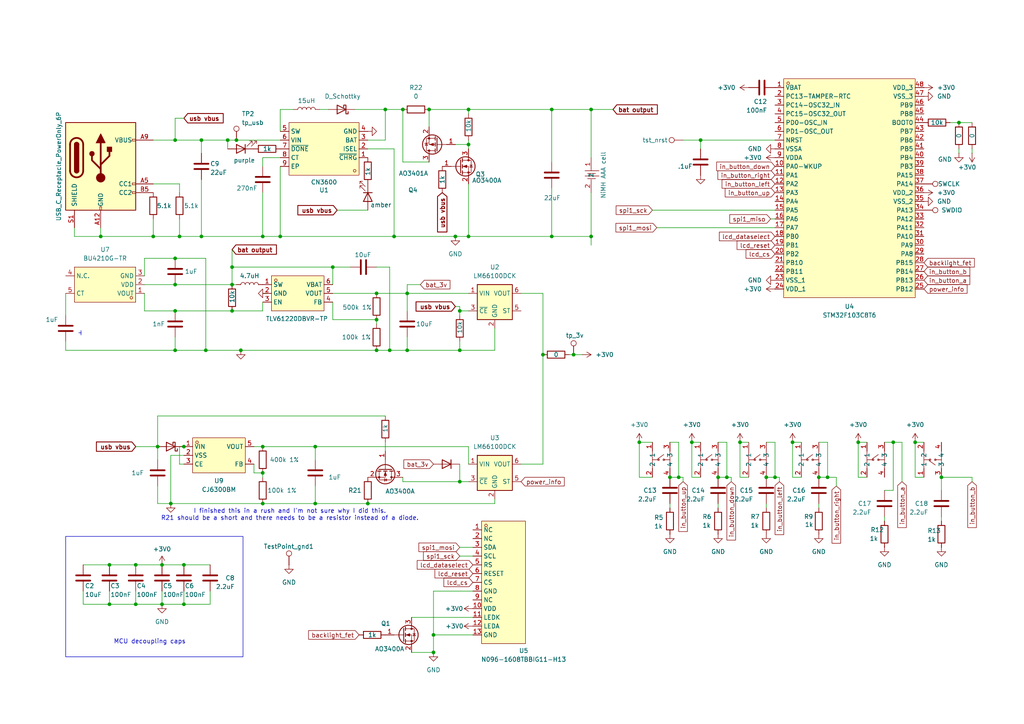
<source format=kicad_sch>
(kicad_sch
	(version 20250114)
	(generator "eeschema")
	(generator_version "9.0")
	(uuid "87333522-7f73-498a-afdc-76bd376ba27f")
	(paper "A4")
	(title_block
		(title "stm32 business card")
	)
	
	(rectangle
		(start 19.05 155.575)
		(end 70.485 190.5)
		(stroke
			(width 0)
			(type default)
		)
		(fill
			(type none)
		)
		(uuid 0cb20e5e-ab78-4ad1-bce0-6f7d4fd2b3df)
	)
	(text "Make sure CN36000 package and connections are right on PCB - wtf is EP?"
		(exclude_from_sim no)
		(at 52.832 -7.874 0)
		(effects
			(font
				(size 1.27 1.27)
			)
		)
		(uuid "02e4eec7-a1e3-42af-a78f-24040302360b")
	)
	(text "MCU decoupling caps"
		(exclude_from_sim no)
		(at 43.434 186.182 0)
		(effects
			(font
				(size 1.27 1.27)
			)
		)
		(uuid "05059040-2aa6-41a1-aa76-71c8dd9e87f8")
	)
	(text "label 0 ohm choices"
		(exclude_from_sim no)
		(at 24.892 -5.842 0)
		(effects
			(font
				(size 1.27 1.27)
				(thickness 0.1588)
			)
		)
		(uuid "3002dedb-2703-489f-882f-bab25b7dda33")
	)
	(text "I finished this in a rush and I'm not sure why I did this.\nR21 should be a short and there needs to be a resistor instead of a diode."
		(exclude_from_sim no)
		(at 84.074 149.352 0)
		(effects
			(font
				(size 1.27 1.27)
			)
		)
		(uuid "5473d214-3849-47a5-8b2b-db0b7c7e51f5")
	)
	(text "double check voltage diviers, maybe push higher - LCSC!"
		(exclude_from_sim no)
		(at 43.434 -3.556 0)
		(effects
			(font
				(size 1.27 1.27)
				(thickness 0.1588)
			)
		)
		(uuid "a5b4aa10-cbe0-443d-8cc4-e0127e8a7cdd")
	)
	(text "TODO"
		(exclude_from_sim no)
		(at 18.796 -11.43 0)
		(effects
			(font
				(size 2.032 2.032)
				(thickness 0.4064)
				(bold yes)
			)
		)
		(uuid "b3bd002b-69a4-4481-8f2e-9b459627637f")
	)
	(junction
		(at 91.44 129.54)
		(diameter 0)
		(color 0 0 0 0)
		(uuid "00442b2a-2ebd-429b-b4f2-c890bcc457e0")
	)
	(junction
		(at 39.37 163.83)
		(diameter 0)
		(color 0 0 0 0)
		(uuid "01c9588e-17a7-45f2-99f0-58adbd2abad2")
	)
	(junction
		(at 135.89 31.75)
		(diameter 0)
		(color 0 0 0 0)
		(uuid "02a23e9a-e8a9-495b-8684-b8a696bbaaac")
	)
	(junction
		(at 194.31 138.43)
		(diameter 0)
		(color 0 0 0 0)
		(uuid "0433aa8f-7e24-4240-bf9d-04c4ff564f21")
	)
	(junction
		(at 166.37 102.87)
		(diameter 0)
		(color 0 0 0 0)
		(uuid "05819fc5-eb4a-426d-bd68-a6f8a0f30be2")
	)
	(junction
		(at 135.89 68.58)
		(diameter 0)
		(color 0 0 0 0)
		(uuid "06f40367-726f-47f9-8e60-735db8d6a48a")
	)
	(junction
		(at 259.08 128.27)
		(diameter 0)
		(color 0 0 0 0)
		(uuid "0b553e24-954c-4966-9dfc-8474452916a1")
	)
	(junction
		(at 67.31 77.47)
		(diameter 0)
		(color 0 0 0 0)
		(uuid "0d313e35-f711-4e85-bcd8-4ebd62900fec")
	)
	(junction
		(at 133.35 90.17)
		(diameter 0)
		(color 0 0 0 0)
		(uuid "0d7bc229-9421-4866-b00a-7b6b030799fe")
	)
	(junction
		(at 224.79 138.43)
		(diameter 0)
		(color 0 0 0 0)
		(uuid "15007172-58fc-43a2-b4f1-5a695132c298")
	)
	(junction
		(at 59.69 101.6)
		(diameter 0)
		(color 0 0 0 0)
		(uuid "18165312-6538-4d71-8851-4a430c165d11")
	)
	(junction
		(at 76.2 137.16)
		(diameter 0)
		(color 0 0 0 0)
		(uuid "1b104344-f1d6-42cc-a600-b62381d7a791")
	)
	(junction
		(at 68.58 40.64)
		(diameter 0)
		(color 0 0 0 0)
		(uuid "2020d988-0584-4eb6-9de0-9ee11e268c7a")
	)
	(junction
		(at 118.11 85.09)
		(diameter 0)
		(color 0 0 0 0)
		(uuid "21c32c97-837a-46df-8b06-3d304b84f391")
	)
	(junction
		(at 31.75 175.26)
		(diameter 0)
		(color 0 0 0 0)
		(uuid "2770fca2-ac23-4953-b6f3-4bd6960a6c7c")
	)
	(junction
		(at 265.43 128.27)
		(diameter 0)
		(color 0 0 0 0)
		(uuid "28d00c56-7a43-4c66-9081-4a2badd97bdb")
	)
	(junction
		(at 67.31 90.17)
		(diameter 0)
		(color 0 0 0 0)
		(uuid "2d9dd302-e657-44fd-ac93-c4e54acd8bd9")
	)
	(junction
		(at 46.99 175.26)
		(diameter 0)
		(color 0 0 0 0)
		(uuid "3667f600-5f21-42b0-9019-fd8ac6706d15")
	)
	(junction
		(at 109.22 85.09)
		(diameter 0)
		(color 0 0 0 0)
		(uuid "3b4f6fce-dcf1-4484-8cc7-5faf395de6d2")
	)
	(junction
		(at 240.03 138.43)
		(diameter 0)
		(color 0 0 0 0)
		(uuid "3db71231-a33f-48df-9cb7-06fc0ba170ca")
	)
	(junction
		(at 50.8 40.64)
		(diameter 0)
		(color 0 0 0 0)
		(uuid "3e40603e-85d6-4830-9464-b32d4beb4e62")
	)
	(junction
		(at 109.22 101.6)
		(diameter 0)
		(color 0 0 0 0)
		(uuid "3e531f41-a2f1-4c04-a6b3-db263ebcac2d")
	)
	(junction
		(at 91.44 146.05)
		(diameter 0)
		(color 0 0 0 0)
		(uuid "4070b8c3-1b2b-42c2-acd3-1160e97ce333")
	)
	(junction
		(at 111.76 31.75)
		(diameter 0)
		(color 0 0 0 0)
		(uuid "42d967c1-eb18-4dd8-b73f-3394fa9923e8")
	)
	(junction
		(at 118.11 101.6)
		(diameter 0)
		(color 0 0 0 0)
		(uuid "527a8762-3f13-4dfa-9457-f5c3f54c773f")
	)
	(junction
		(at 133.35 139.7)
		(diameter 0)
		(color 0 0 0 0)
		(uuid "55866594-877a-44a0-b462-1ad9f38984e2")
	)
	(junction
		(at 76.2 129.54)
		(diameter 0)
		(color 0 0 0 0)
		(uuid "56c472f6-baba-4b44-877c-5eb3e2741f8f")
	)
	(junction
		(at 208.28 138.43)
		(diameter 0)
		(color 0 0 0 0)
		(uuid "58f02da0-799f-4b87-8fd9-3d3b25b2c714")
	)
	(junction
		(at 248.92 128.27)
		(diameter 0)
		(color 0 0 0 0)
		(uuid "59ce1b9f-864f-448d-b44e-df6a849d0113")
	)
	(junction
		(at 58.42 40.64)
		(diameter 0)
		(color 0 0 0 0)
		(uuid "5a82e498-946c-48d7-833e-9bea5f443874")
	)
	(junction
		(at 125.73 189.23)
		(diameter 0)
		(color 0 0 0 0)
		(uuid "5ca39b7b-325f-464a-8b58-de740ff24a48")
	)
	(junction
		(at 67.31 82.55)
		(diameter 0)
		(color 0 0 0 0)
		(uuid "647f0125-83c3-4e81-a6ae-956400826a56")
	)
	(junction
		(at 203.2 40.64)
		(diameter 0)
		(color 0 0 0 0)
		(uuid "68d5c65a-7c7f-4ed4-8dee-6c6ba006ea14")
	)
	(junction
		(at 58.42 68.58)
		(diameter 0)
		(color 0 0 0 0)
		(uuid "6a5f9b7d-e4e0-41ff-8cd7-8000c58a02c9")
	)
	(junction
		(at 113.03 101.6)
		(diameter 0)
		(color 0 0 0 0)
		(uuid "76f2669e-774d-4d75-9ec3-9cba3f8ed0b8")
	)
	(junction
		(at 50.8 101.6)
		(diameter 0)
		(color 0 0 0 0)
		(uuid "7a36fb84-354c-46c5-94ff-50077b391fa0")
	)
	(junction
		(at 160.02 68.58)
		(diameter 0)
		(color 0 0 0 0)
		(uuid "7a540cd7-ba50-4f57-aad2-b8fa4bd3d5cb")
	)
	(junction
		(at 44.45 68.58)
		(diameter 0)
		(color 0 0 0 0)
		(uuid "7b6afa75-363c-4468-91d8-f29ab837b606")
	)
	(junction
		(at 237.49 138.43)
		(diameter 0)
		(color 0 0 0 0)
		(uuid "864cb110-a515-4802-99fd-225386be86ac")
	)
	(junction
		(at 81.28 68.58)
		(diameter 0)
		(color 0 0 0 0)
		(uuid "87a10a40-621f-4394-b05d-5ccf12a7ad21")
	)
	(junction
		(at 222.25 138.43)
		(diameter 0)
		(color 0 0 0 0)
		(uuid "9558c648-866c-475b-a9f2-992b0f5e3af7")
	)
	(junction
		(at 132.08 68.58)
		(diameter 0)
		(color 0 0 0 0)
		(uuid "964dec5c-2cc9-4cc5-8353-a6d133521296")
	)
	(junction
		(at 52.07 68.58)
		(diameter 0)
		(color 0 0 0 0)
		(uuid "9a34929d-d21a-4b7b-a208-60fe25ba193e")
	)
	(junction
		(at 171.45 31.75)
		(diameter 0)
		(color 0 0 0 0)
		(uuid "9d2be5d9-de7e-4b5c-835c-4b92d5f06609")
	)
	(junction
		(at 214.63 128.27)
		(diameter 0)
		(color 0 0 0 0)
		(uuid "a2a745c2-2b53-4dbb-8984-092f9edf26bc")
	)
	(junction
		(at 133.35 101.6)
		(diameter 0)
		(color 0 0 0 0)
		(uuid "a4d3f506-aedb-419a-95f1-f87c03e4f7df")
	)
	(junction
		(at 185.42 128.27)
		(diameter 0)
		(color 0 0 0 0)
		(uuid "a8dc2d60-8966-4218-bbd5-f99c5f9ba08f")
	)
	(junction
		(at 96.52 77.47)
		(diameter 0)
		(color 0 0 0 0)
		(uuid "a9b34f2c-89f9-45c1-99fe-1810b830469b")
	)
	(junction
		(at 39.37 175.26)
		(diameter 0)
		(color 0 0 0 0)
		(uuid "aa01c79a-ded9-4557-82b7-05375b437eab")
	)
	(junction
		(at 210.82 138.43)
		(diameter 0)
		(color 0 0 0 0)
		(uuid "afa06aee-b9a5-47fd-84c1-18c0008789df")
	)
	(junction
		(at 69.85 101.6)
		(diameter 0)
		(color 0 0 0 0)
		(uuid "b2116934-af28-44b2-b56c-f0c587992c1f")
	)
	(junction
		(at 125.73 184.15)
		(diameter 0)
		(color 0 0 0 0)
		(uuid "bbb8aa17-d69e-4028-a7c4-ada551222675")
	)
	(junction
		(at 116.84 31.75)
		(diameter 0)
		(color 0 0 0 0)
		(uuid "be281a58-8a07-4171-b591-0af29c148aa5")
	)
	(junction
		(at 66.04 40.64)
		(diameter 0)
		(color 0 0 0 0)
		(uuid "c1c0c8b7-731f-4745-9480-7363398f454c")
	)
	(junction
		(at 53.34 163.83)
		(diameter 0)
		(color 0 0 0 0)
		(uuid "c3f45b35-b0d3-442f-bea9-1412c0a353bd")
	)
	(junction
		(at 76.2 146.05)
		(diameter 0)
		(color 0 0 0 0)
		(uuid "c792ef30-b101-40e1-af1e-dc41c1f2d009")
	)
	(junction
		(at 229.87 128.27)
		(diameter 0)
		(color 0 0 0 0)
		(uuid "c7dc0907-1f66-4448-b629-3910e5836ffd")
	)
	(junction
		(at 106.68 146.05)
		(diameter 0)
		(color 0 0 0 0)
		(uuid "c9c27f1b-7a3b-48be-9e52-b652a83b52c6")
	)
	(junction
		(at 196.85 138.43)
		(diameter 0)
		(color 0 0 0 0)
		(uuid "cc18ca73-d6dc-4163-b41f-f34981b4e0b8")
	)
	(junction
		(at 135.89 41.91)
		(diameter 0)
		(color 0 0 0 0)
		(uuid "d267e09f-3ab6-4322-ae4b-0cf927425352")
	)
	(junction
		(at 278.13 35.56)
		(diameter 0)
		(color 0 0 0 0)
		(uuid "d646fa85-212d-4a81-8270-b4f3f13fa4cb")
	)
	(junction
		(at 53.34 129.54)
		(diameter 0)
		(color 0 0 0 0)
		(uuid "d6e248dc-7267-45e5-bfec-c590cf20dfab")
	)
	(junction
		(at 76.2 68.58)
		(diameter 0)
		(color 0 0 0 0)
		(uuid "d7145b61-f8fa-4d39-a73e-afd0e9008d9a")
	)
	(junction
		(at 29.21 68.58)
		(diameter 0)
		(color 0 0 0 0)
		(uuid "db657811-b839-4bd8-bafa-88707be0ae54")
	)
	(junction
		(at 273.05 138.43)
		(diameter 0)
		(color 0 0 0 0)
		(uuid "dfd417a6-6ebe-47bb-86bd-6a6037dfbdaf")
	)
	(junction
		(at 50.8 90.17)
		(diameter 0)
		(color 0 0 0 0)
		(uuid "e21c2359-c363-4867-8415-c9a963d9d843")
	)
	(junction
		(at 114.3 68.58)
		(diameter 0)
		(color 0 0 0 0)
		(uuid "e285d4c6-9c2c-4ada-910a-226562f1a1df")
	)
	(junction
		(at 109.22 92.71)
		(diameter 0)
		(color 0 0 0 0)
		(uuid "e28a8e39-1b69-4574-959c-51da81b00281")
	)
	(junction
		(at 31.75 163.83)
		(diameter 0)
		(color 0 0 0 0)
		(uuid "e870aa95-f5ff-4435-8e0e-2144d6a50b63")
	)
	(junction
		(at 49.53 146.05)
		(diameter 0)
		(color 0 0 0 0)
		(uuid "e8b97c27-a47c-4149-9ae3-599454572992")
	)
	(junction
		(at 50.8 82.55)
		(diameter 0)
		(color 0 0 0 0)
		(uuid "e9697724-d2e0-4354-9b96-370f4a198b87")
	)
	(junction
		(at 157.48 102.87)
		(diameter 0)
		(color 0 0 0 0)
		(uuid "f04cc848-9634-47ab-b7dc-8ed4c2f0b5c9")
	)
	(junction
		(at 160.02 31.75)
		(diameter 0)
		(color 0 0 0 0)
		(uuid "f3250ae8-4f70-4e34-bafe-4497827c8554")
	)
	(junction
		(at 200.66 128.27)
		(diameter 0)
		(color 0 0 0 0)
		(uuid "f3aea259-1609-41b3-8ff7-5c11696e93a1")
	)
	(junction
		(at 53.34 175.26)
		(diameter 0)
		(color 0 0 0 0)
		(uuid "f497701b-64ec-4bac-86ef-deebc386d58d")
	)
	(junction
		(at 171.45 68.58)
		(diameter 0)
		(color 0 0 0 0)
		(uuid "f97b2864-89b7-49e2-9fae-c41dc08b373d")
	)
	(junction
		(at 50.8 74.93)
		(diameter 0)
		(color 0 0 0 0)
		(uuid "fb016297-14b6-4887-8a87-e70441622816")
	)
	(junction
		(at 45.72 129.54)
		(diameter 0)
		(color 0 0 0 0)
		(uuid "fcfc7654-6acf-4fbf-8a40-c8a6d917358d")
	)
	(junction
		(at 124.46 31.75)
		(diameter 0)
		(color 0 0 0 0)
		(uuid "fe67fc2d-ffbb-4da5-9ba0-30b9f2bb039b")
	)
	(junction
		(at 46.99 163.83)
		(diameter 0)
		(color 0 0 0 0)
		(uuid "ffe80bd3-637c-45b4-9681-755e234033bf")
	)
	(wire
		(pts
			(xy 194.31 147.32) (xy 194.31 146.05)
		)
		(stroke
			(width 0)
			(type default)
		)
		(uuid "0089cae9-d612-448a-905d-c7fe495a017c")
	)
	(wire
		(pts
			(xy 222.25 128.27) (xy 224.79 128.27)
		)
		(stroke
			(width 0)
			(type default)
		)
		(uuid "00dc0994-22db-495d-8164-2e0a06f299ac")
	)
	(wire
		(pts
			(xy 81.28 38.1) (xy 81.28 31.75)
		)
		(stroke
			(width 0)
			(type default)
		)
		(uuid "02b7ceaf-e269-4204-a9f8-b05ccf921c8d")
	)
	(wire
		(pts
			(xy 259.08 128.27) (xy 261.62 128.27)
		)
		(stroke
			(width 0)
			(type default)
		)
		(uuid "03d4b5f1-3015-4fa4-89c5-4398d209bb54")
	)
	(wire
		(pts
			(xy 118.11 101.6) (xy 133.35 101.6)
		)
		(stroke
			(width 0)
			(type default)
		)
		(uuid "04fdae23-0a98-4671-a1c9-43e7e4507087")
	)
	(wire
		(pts
			(xy 267.97 138.43) (xy 265.43 138.43)
		)
		(stroke
			(width 0)
			(type default)
		)
		(uuid "051d98a2-d215-49a0-b79b-ea9fc6655fe4")
	)
	(wire
		(pts
			(xy 76.2 45.72) (xy 76.2 48.26)
		)
		(stroke
			(width 0)
			(type default)
		)
		(uuid "05f60ca7-e7ab-436c-a3b9-def19c2b2b41")
	)
	(polyline
		(pts
			(xy 23.495 96.52) (xy 23.495 97.155)
		)
		(stroke
			(width 0)
			(type default)
		)
		(uuid "07739634-6867-4ea0-8724-9f10cf488a96")
	)
	(wire
		(pts
			(xy 52.07 63.5) (xy 52.07 68.58)
		)
		(stroke
			(width 0)
			(type default)
		)
		(uuid "08e8695b-b3a8-4801-8171-8d1cb1b21674")
	)
	(wire
		(pts
			(xy 135.89 41.91) (xy 135.89 43.18)
		)
		(stroke
			(width 0)
			(type default)
		)
		(uuid "099acd68-bbad-4ee9-99a2-2fdace6c9a6e")
	)
	(wire
		(pts
			(xy 41.91 74.93) (xy 50.8 74.93)
		)
		(stroke
			(width 0)
			(type default)
		)
		(uuid "0a84a4c7-3ffc-4074-bf44-4ca8ee50a63a")
	)
	(wire
		(pts
			(xy 91.44 146.05) (xy 106.68 146.05)
		)
		(stroke
			(width 0)
			(type default)
		)
		(uuid "0b777c9a-c277-4d04-9b87-8b3de582ad49")
	)
	(wire
		(pts
			(xy 67.31 77.47) (xy 67.31 82.55)
		)
		(stroke
			(width 0)
			(type default)
		)
		(uuid "0bc4166b-2d4f-42f6-8848-518fd25e6a30")
	)
	(wire
		(pts
			(xy 50.8 34.29) (xy 53.34 34.29)
		)
		(stroke
			(width 0)
			(type default)
		)
		(uuid "0beef490-49d7-44ea-8b54-27d762b28336")
	)
	(wire
		(pts
			(xy 31.75 171.45) (xy 31.75 175.26)
		)
		(stroke
			(width 0)
			(type default)
		)
		(uuid "0c19f8bb-d22a-4afc-9713-9c1897e46ad1")
	)
	(wire
		(pts
			(xy 281.94 44.45) (xy 281.94 43.18)
		)
		(stroke
			(width 0)
			(type default)
		)
		(uuid "0d2b1483-86be-4ab5-8079-3e54c04457be")
	)
	(wire
		(pts
			(xy 185.42 128.27) (xy 185.42 138.43)
		)
		(stroke
			(width 0)
			(type default)
		)
		(uuid "11480091-3207-4bd4-8450-f50c9d6aa89e")
	)
	(wire
		(pts
			(xy 119.38 189.23) (xy 125.73 189.23)
		)
		(stroke
			(width 0)
			(type default)
		)
		(uuid "11587c4c-442a-4b4c-8c51-fb684b7513a1")
	)
	(wire
		(pts
			(xy 200.66 128.27) (xy 203.2 128.27)
		)
		(stroke
			(width 0)
			(type default)
		)
		(uuid "11db0d99-ac0f-409c-8ecf-917e54a25c92")
	)
	(wire
		(pts
			(xy 81.28 68.58) (xy 114.3 68.58)
		)
		(stroke
			(width 0)
			(type default)
		)
		(uuid "154246ec-84cd-46cf-924d-13e4fac97c3c")
	)
	(wire
		(pts
			(xy 237.49 138.43) (xy 240.03 138.43)
		)
		(stroke
			(width 0)
			(type default)
		)
		(uuid "158217fd-0ca5-47a7-9de0-dbb6a6fb0104")
	)
	(wire
		(pts
			(xy 256.54 128.27) (xy 259.08 128.27)
		)
		(stroke
			(width 0)
			(type default)
		)
		(uuid "16ab6868-45e4-4df6-8fa5-c3b18c1ce623")
	)
	(wire
		(pts
			(xy 52.07 53.34) (xy 52.07 55.88)
		)
		(stroke
			(width 0)
			(type default)
		)
		(uuid "16d4f82f-b875-46bb-95a4-63045d8e6ee7")
	)
	(wire
		(pts
			(xy 248.92 128.27) (xy 248.92 138.43)
		)
		(stroke
			(width 0)
			(type default)
		)
		(uuid "16fff378-e961-44e8-b855-90517f51c6f4")
	)
	(wire
		(pts
			(xy 41.91 90.17) (xy 41.91 85.09)
		)
		(stroke
			(width 0)
			(type default)
		)
		(uuid "1afb45a7-045a-4186-97d0-3dbe14b3c09b")
	)
	(wire
		(pts
			(xy 125.73 171.45) (xy 125.73 184.15)
		)
		(stroke
			(width 0)
			(type default)
		)
		(uuid "1c035b36-e268-4bb4-8d90-c5a83d4935fe")
	)
	(wire
		(pts
			(xy 58.42 40.64) (xy 66.04 40.64)
		)
		(stroke
			(width 0)
			(type default)
		)
		(uuid "1ced8e92-7af7-48a2-b41f-4883693897f2")
	)
	(wire
		(pts
			(xy 52.07 68.58) (xy 58.42 68.58)
		)
		(stroke
			(width 0)
			(type default)
		)
		(uuid "1dfe3fdf-92f9-4af5-bd35-52dcb4987f42")
	)
	(wire
		(pts
			(xy 118.11 82.55) (xy 121.92 82.55)
		)
		(stroke
			(width 0)
			(type default)
		)
		(uuid "1ec99be2-60d9-4e29-b9aa-14397b471ecb")
	)
	(wire
		(pts
			(xy 81.28 31.75) (xy 85.09 31.75)
		)
		(stroke
			(width 0)
			(type default)
		)
		(uuid "201c9b7a-ceba-4b06-9937-15686d5c1f00")
	)
	(wire
		(pts
			(xy 124.46 31.75) (xy 135.89 31.75)
		)
		(stroke
			(width 0)
			(type default)
		)
		(uuid "23836e79-7c70-4337-b81c-4c3e62a15c42")
	)
	(wire
		(pts
			(xy 251.46 138.43) (xy 248.92 138.43)
		)
		(stroke
			(width 0)
			(type default)
		)
		(uuid "241c8db0-2096-4c8e-bc08-fe96fc47ef34")
	)
	(wire
		(pts
			(xy 45.72 120.65) (xy 111.76 120.65)
		)
		(stroke
			(width 0)
			(type default)
		)
		(uuid "2601da38-1d3c-45d9-9221-8eb22b1e76cd")
	)
	(wire
		(pts
			(xy 171.45 55.88) (xy 171.45 68.58)
		)
		(stroke
			(width 0)
			(type default)
		)
		(uuid "262d33d6-ddef-488a-bcb5-85a0b83645b7")
	)
	(wire
		(pts
			(xy 91.44 133.35) (xy 91.44 129.54)
		)
		(stroke
			(width 0)
			(type default)
		)
		(uuid "26f84cc1-2df8-4dce-8194-6c793020173c")
	)
	(wire
		(pts
			(xy 229.87 128.27) (xy 232.41 128.27)
		)
		(stroke
			(width 0)
			(type default)
		)
		(uuid "26f8b42f-17c0-46bc-a970-bc36bf293998")
	)
	(wire
		(pts
			(xy 133.35 158.75) (xy 137.16 158.75)
		)
		(stroke
			(width 0)
			(type default)
		)
		(uuid "27ffd51f-6be5-46d0-802d-e916a35b5c7c")
	)
	(wire
		(pts
			(xy 106.68 40.64) (xy 111.76 40.64)
		)
		(stroke
			(width 0)
			(type default)
		)
		(uuid "29540668-971d-41ee-a124-bb4a98d631d0")
	)
	(wire
		(pts
			(xy 189.23 138.43) (xy 185.42 138.43)
		)
		(stroke
			(width 0)
			(type default)
		)
		(uuid "2d773693-e996-43b4-9857-169cf6561a15")
	)
	(wire
		(pts
			(xy 45.72 146.05) (xy 49.53 146.05)
		)
		(stroke
			(width 0)
			(type default)
		)
		(uuid "2edc22d6-e396-4199-8374-858f83e3f4f2")
	)
	(wire
		(pts
			(xy 52.07 129.54) (xy 53.34 129.54)
		)
		(stroke
			(width 0)
			(type default)
		)
		(uuid "2f97057f-4c9f-4568-aff8-f7370548d2c1")
	)
	(wire
		(pts
			(xy 39.37 171.45) (xy 39.37 175.26)
		)
		(stroke
			(width 0)
			(type default)
		)
		(uuid "32155d72-a6fa-453e-88e2-04a1312f71b8")
	)
	(wire
		(pts
			(xy 232.41 138.43) (xy 229.87 138.43)
		)
		(stroke
			(width 0)
			(type default)
		)
		(uuid "33e61635-0c06-418b-86fb-26eb37f0c489")
	)
	(wire
		(pts
			(xy 101.6 77.47) (xy 96.52 77.47)
		)
		(stroke
			(width 0)
			(type default)
		)
		(uuid "34842602-6f89-44ed-88bf-b61ec8347eec")
	)
	(wire
		(pts
			(xy 273.05 151.13) (xy 273.05 149.86)
		)
		(stroke
			(width 0)
			(type default)
		)
		(uuid "34b6bf34-c68f-4dd7-a6ca-74da42b4a85a")
	)
	(wire
		(pts
			(xy 237.49 128.27) (xy 240.03 128.27)
		)
		(stroke
			(width 0)
			(type default)
		)
		(uuid "3629e4f2-6156-4ad6-8c6b-d1bfd5a019fe")
	)
	(wire
		(pts
			(xy 281.94 139.7) (xy 281.94 138.43)
		)
		(stroke
			(width 0)
			(type default)
		)
		(uuid "364bc976-6c75-4eef-9f56-2e44c495e8a4")
	)
	(wire
		(pts
			(xy 157.48 102.87) (xy 157.48 134.62)
		)
		(stroke
			(width 0)
			(type default)
		)
		(uuid "372fcb19-b2a4-4a28-b052-f4514b9ee1ee")
	)
	(wire
		(pts
			(xy 113.03 101.6) (xy 118.11 101.6)
		)
		(stroke
			(width 0)
			(type default)
		)
		(uuid "375bfebc-e2a6-4185-9f7a-2f639cbc6c77")
	)
	(wire
		(pts
			(xy 52.07 134.62) (xy 52.07 129.54)
		)
		(stroke
			(width 0)
			(type default)
		)
		(uuid "38ab003d-8aed-44d3-8dfe-6cfcea3d0907")
	)
	(wire
		(pts
			(xy 210.82 138.43) (xy 212.09 138.43)
		)
		(stroke
			(width 0)
			(type default)
		)
		(uuid "39162812-ca72-4acf-a953-a11c4e4dd164")
	)
	(wire
		(pts
			(xy 96.52 92.71) (xy 109.22 92.71)
		)
		(stroke
			(width 0)
			(type default)
		)
		(uuid "3e6fc5f6-50eb-4e24-91be-4d98e8ffe658")
	)
	(wire
		(pts
			(xy 60.96 175.26) (xy 60.96 171.45)
		)
		(stroke
			(width 0)
			(type default)
		)
		(uuid "40f8f157-66e8-435f-9c7b-be8faf99fbed")
	)
	(wire
		(pts
			(xy 44.45 53.34) (xy 52.07 53.34)
		)
		(stroke
			(width 0)
			(type default)
		)
		(uuid "42d2d48b-b6b0-4cbe-b35d-937f9c295bbd")
	)
	(wire
		(pts
			(xy 203.2 40.64) (xy 203.2 43.18)
		)
		(stroke
			(width 0)
			(type default)
		)
		(uuid "44eb4bbf-7425-418c-9628-e1dec835c17c")
	)
	(wire
		(pts
			(xy 135.89 33.02) (xy 135.89 31.75)
		)
		(stroke
			(width 0)
			(type default)
		)
		(uuid "451aa434-ee90-4faa-b4f1-792fedce1bdb")
	)
	(wire
		(pts
			(xy 198.12 139.7) (xy 198.12 138.43)
		)
		(stroke
			(width 0)
			(type default)
		)
		(uuid "45cf11df-64a5-40b1-8153-b23392c2faf9")
	)
	(wire
		(pts
			(xy 67.31 77.47) (xy 96.52 77.47)
		)
		(stroke
			(width 0)
			(type default)
		)
		(uuid "46165c5f-757e-4f96-872e-98ae8f36c87f")
	)
	(wire
		(pts
			(xy 226.06 138.43) (xy 224.79 138.43)
		)
		(stroke
			(width 0)
			(type default)
		)
		(uuid "47a47ed0-d7fa-4564-aca6-b3454f80e692")
	)
	(wire
		(pts
			(xy 50.8 40.64) (xy 58.42 40.64)
		)
		(stroke
			(width 0)
			(type default)
		)
		(uuid "4b4d4d1a-09fb-4d47-97c3-26689fafba85")
	)
	(wire
		(pts
			(xy 208.28 147.32) (xy 208.28 146.05)
		)
		(stroke
			(width 0)
			(type default)
		)
		(uuid "4cc2c2f0-abee-4ead-8fd5-5f6e7de8f1ea")
	)
	(wire
		(pts
			(xy 118.11 85.09) (xy 135.89 85.09)
		)
		(stroke
			(width 0)
			(type default)
		)
		(uuid "4d98d808-d46f-4373-8aa2-556bd0deafd7")
	)
	(wire
		(pts
			(xy 132.08 68.58) (xy 135.89 68.58)
		)
		(stroke
			(width 0)
			(type default)
		)
		(uuid "505828e3-bdbb-46f6-94d3-1af553c7ad8e")
	)
	(wire
		(pts
			(xy 118.11 97.79) (xy 118.11 101.6)
		)
		(stroke
			(width 0)
			(type default)
		)
		(uuid "53ae90be-1322-4195-bcdb-1e7c076a3d77")
	)
	(wire
		(pts
			(xy 273.05 138.43) (xy 281.94 138.43)
		)
		(stroke
			(width 0)
			(type default)
		)
		(uuid "56d7820a-ebd4-4b82-9118-dd3ef9a2aeb0")
	)
	(wire
		(pts
			(xy 198.12 40.64) (xy 203.2 40.64)
		)
		(stroke
			(width 0)
			(type default)
		)
		(uuid "5706ebd6-3d25-4983-8498-19896e6a9620")
	)
	(wire
		(pts
			(xy 46.99 163.83) (xy 53.34 163.83)
		)
		(stroke
			(width 0)
			(type default)
		)
		(uuid "58d1ec2a-4ddc-4a83-9134-11b910b21044")
	)
	(wire
		(pts
			(xy 44.45 40.64) (xy 50.8 40.64)
		)
		(stroke
			(width 0)
			(type default)
		)
		(uuid "58f3bca0-f0e7-4992-a0fa-714dc78f764c")
	)
	(wire
		(pts
			(xy 116.84 31.75) (xy 111.76 31.75)
		)
		(stroke
			(width 0)
			(type default)
		)
		(uuid "591df168-af4a-481c-9133-f0d144ce87b3")
	)
	(wire
		(pts
			(xy 214.63 128.27) (xy 217.17 128.27)
		)
		(stroke
			(width 0)
			(type default)
		)
		(uuid "5a4de800-34ea-4c27-8916-f22a2e1a7e97")
	)
	(wire
		(pts
			(xy 68.58 40.64) (xy 81.28 40.64)
		)
		(stroke
			(width 0)
			(type default)
		)
		(uuid "5aa4391f-943a-4cd1-bfb4-3b5f0e0bbabb")
	)
	(wire
		(pts
			(xy 50.8 101.6) (xy 59.69 101.6)
		)
		(stroke
			(width 0)
			(type default)
		)
		(uuid "5be385f2-93fc-4afd-b385-ec1191dcc70c")
	)
	(wire
		(pts
			(xy 67.31 82.55) (xy 68.58 82.55)
		)
		(stroke
			(width 0)
			(type default)
		)
		(uuid "5c68bd8c-0966-44d4-a0f1-bf3b0d3a288f")
	)
	(wire
		(pts
			(xy 212.09 138.43) (xy 212.09 139.7)
		)
		(stroke
			(width 0)
			(type default)
		)
		(uuid "5cd0275d-5048-43e6-8123-e36340a88e64")
	)
	(wire
		(pts
			(xy 50.8 82.55) (xy 67.31 82.55)
		)
		(stroke
			(width 0)
			(type default)
		)
		(uuid "5da195ec-53cb-4ccd-abf1-de3fee062eec")
	)
	(wire
		(pts
			(xy 31.75 175.26) (xy 39.37 175.26)
		)
		(stroke
			(width 0)
			(type default)
		)
		(uuid "5e56feda-3c27-4182-ac13-082595066716")
	)
	(wire
		(pts
			(xy 91.44 140.97) (xy 91.44 146.05)
		)
		(stroke
			(width 0)
			(type default)
		)
		(uuid "5f33660d-dd13-4905-8f38-eb087d4766d9")
	)
	(wire
		(pts
			(xy 208.28 128.27) (xy 210.82 128.27)
		)
		(stroke
			(width 0)
			(type default)
		)
		(uuid "601933d7-5ee8-4dd6-8541-c74c93a41d68")
	)
	(wire
		(pts
			(xy 160.02 31.75) (xy 160.02 46.99)
		)
		(stroke
			(width 0)
			(type default)
		)
		(uuid "60ba6e3f-a94a-43f1-8bd6-5762264da446")
	)
	(wire
		(pts
			(xy 119.38 179.07) (xy 137.16 179.07)
		)
		(stroke
			(width 0)
			(type default)
		)
		(uuid "63a1455d-2964-4f58-84c5-06547fc984c2")
	)
	(wire
		(pts
			(xy 133.35 101.6) (xy 143.51 101.6)
		)
		(stroke
			(width 0)
			(type default)
		)
		(uuid "648b2acd-1903-48b5-881f-50d5e1b81260")
	)
	(wire
		(pts
			(xy 137.16 171.45) (xy 125.73 171.45)
		)
		(stroke
			(width 0)
			(type default)
		)
		(uuid "6613d34f-7c39-4593-8f13-f01bbb7d994f")
	)
	(wire
		(pts
			(xy 73.66 137.16) (xy 76.2 137.16)
		)
		(stroke
			(width 0)
			(type default)
		)
		(uuid "6711f570-5a87-407b-94eb-4a6c027fc61e")
	)
	(wire
		(pts
			(xy 41.91 90.17) (xy 50.8 90.17)
		)
		(stroke
			(width 0)
			(type default)
		)
		(uuid "690155ed-c3eb-4d1a-b0d0-2476ae409743")
	)
	(wire
		(pts
			(xy 41.91 82.55) (xy 50.8 82.55)
		)
		(stroke
			(width 0)
			(type default)
		)
		(uuid "69b8c230-d40d-43d5-8055-74aa7a697ae2")
	)
	(wire
		(pts
			(xy 224.79 128.27) (xy 224.79 138.43)
		)
		(stroke
			(width 0)
			(type default)
		)
		(uuid "69e1883d-bbd7-43d9-bd8a-e03c4f5fb302")
	)
	(wire
		(pts
			(xy 133.35 139.7) (xy 133.35 134.62)
		)
		(stroke
			(width 0)
			(type default)
		)
		(uuid "69e1a421-983f-48e8-b1db-6ef7cdcc23eb")
	)
	(wire
		(pts
			(xy 29.21 68.58) (xy 29.21 66.04)
		)
		(stroke
			(width 0)
			(type default)
		)
		(uuid "6aac0152-2236-40f7-8183-381eece1d3cf")
	)
	(wire
		(pts
			(xy 59.69 74.93) (xy 59.69 101.6)
		)
		(stroke
			(width 0)
			(type default)
		)
		(uuid "6ad62637-48a7-4522-9862-e770bb00a7a9")
	)
	(wire
		(pts
			(xy 96.52 82.55) (xy 96.52 77.47)
		)
		(stroke
			(width 0)
			(type default)
		)
		(uuid "6b3e9435-3f93-4133-97a9-077b0513fc91")
	)
	(wire
		(pts
			(xy 278.13 44.45) (xy 278.13 43.18)
		)
		(stroke
			(width 0)
			(type default)
		)
		(uuid "6b47aff0-494d-45e8-9206-1021709158e4")
	)
	(wire
		(pts
			(xy 256.54 151.13) (xy 256.54 149.86)
		)
		(stroke
			(width 0)
			(type default)
		)
		(uuid "6b86e506-91aa-4eb1-8b69-22ac7e29490a")
	)
	(wire
		(pts
			(xy 81.28 48.26) (xy 81.28 68.58)
		)
		(stroke
			(width 0)
			(type default)
		)
		(uuid "6c71c578-93a6-4800-87af-14b11586e015")
	)
	(wire
		(pts
			(xy 113.03 77.47) (xy 113.03 101.6)
		)
		(stroke
			(width 0)
			(type default)
		)
		(uuid "6cf69572-16f8-4b89-a4c8-87c0984090a4")
	)
	(wire
		(pts
			(xy 53.34 163.83) (xy 60.96 163.83)
		)
		(stroke
			(width 0)
			(type default)
		)
		(uuid "6d134c0b-a350-4842-84ae-fbd381e8d158")
	)
	(wire
		(pts
			(xy 171.45 68.58) (xy 171.45 71.12)
		)
		(stroke
			(width 0)
			(type default)
		)
		(uuid "6df8a785-14c5-4935-9704-b8a1da0729b0")
	)
	(wire
		(pts
			(xy 109.22 77.47) (xy 113.03 77.47)
		)
		(stroke
			(width 0)
			(type default)
		)
		(uuid "6e34b892-8002-4b4d-b862-1ce7098f8b7e")
	)
	(wire
		(pts
			(xy 69.85 101.6) (xy 109.22 101.6)
		)
		(stroke
			(width 0)
			(type default)
		)
		(uuid "6e7d66bb-616d-48f9-b23c-e2361c5a922d")
	)
	(wire
		(pts
			(xy 39.37 175.26) (xy 46.99 175.26)
		)
		(stroke
			(width 0)
			(type default)
		)
		(uuid "6fc3fbfa-62b9-459e-8db4-ad938cec7d17")
	)
	(wire
		(pts
			(xy 67.31 90.17) (xy 76.2 90.17)
		)
		(stroke
			(width 0)
			(type default)
		)
		(uuid "6fee315f-8afd-4991-91b4-50fc0e5781a9")
	)
	(wire
		(pts
			(xy 39.37 129.54) (xy 45.72 129.54)
		)
		(stroke
			(width 0)
			(type default)
		)
		(uuid "71a19785-e572-4ae7-8ac7-62c8354292bd")
	)
	(polyline
		(pts
			(xy 22.86 96.52) (xy 23.495 96.52)
		)
		(stroke
			(width 0)
			(type default)
		)
		(uuid "72694fd1-564f-4666-b232-61b00a81b8bf")
	)
	(wire
		(pts
			(xy 124.46 46.99) (xy 116.84 46.99)
		)
		(stroke
			(width 0)
			(type default)
		)
		(uuid "73faf90d-386f-4b8d-94ad-ff253f9268d1")
	)
	(wire
		(pts
			(xy 275.59 35.56) (xy 278.13 35.56)
		)
		(stroke
			(width 0)
			(type default)
		)
		(uuid "753b7832-82f5-477c-8e20-1e3991bd5204")
	)
	(wire
		(pts
			(xy 222.25 147.32) (xy 222.25 146.05)
		)
		(stroke
			(width 0)
			(type default)
		)
		(uuid "7589b684-db53-4797-a193-c36b3e2af836")
	)
	(wire
		(pts
			(xy 171.45 31.75) (xy 177.8 31.75)
		)
		(stroke
			(width 0)
			(type default)
		)
		(uuid "764978ba-8396-4867-92ad-6f03baa1dc17")
	)
	(wire
		(pts
			(xy 76.2 137.16) (xy 76.2 138.43)
		)
		(stroke
			(width 0)
			(type default)
		)
		(uuid "79b0b33c-6625-41e4-9a5b-79d770747763")
	)
	(wire
		(pts
			(xy 198.12 138.43) (xy 196.85 138.43)
		)
		(stroke
			(width 0)
			(type default)
		)
		(uuid "7a58d2fd-ecf1-4cb6-8124-bf6d3e07da7f")
	)
	(wire
		(pts
			(xy 157.48 85.09) (xy 157.48 102.87)
		)
		(stroke
			(width 0)
			(type default)
		)
		(uuid "7b056845-1ccf-4180-b390-64053ab2e10b")
	)
	(wire
		(pts
			(xy 229.87 128.27) (xy 229.87 138.43)
		)
		(stroke
			(width 0)
			(type default)
		)
		(uuid "7c3ed8b4-3e96-49c2-bd48-38e8ad4ed5c8")
	)
	(wire
		(pts
			(xy 133.35 139.7) (xy 135.89 139.7)
		)
		(stroke
			(width 0)
			(type default)
		)
		(uuid "7c8f268c-d2d4-48f1-88f9-ebcc158a4bd3")
	)
	(wire
		(pts
			(xy 109.22 92.71) (xy 109.22 93.98)
		)
		(stroke
			(width 0)
			(type default)
		)
		(uuid "7eeae7d7-a7b7-4f87-9340-45836b006861")
	)
	(wire
		(pts
			(xy 76.2 55.88) (xy 76.2 68.58)
		)
		(stroke
			(width 0)
			(type default)
		)
		(uuid "8051e8b0-f533-4930-a2d7-3812eaf0ee48")
	)
	(wire
		(pts
			(xy 242.57 138.43) (xy 242.57 140.97)
		)
		(stroke
			(width 0)
			(type default)
		)
		(uuid "80fe4fda-a3ff-483c-84a3-8408029645d6")
	)
	(wire
		(pts
			(xy 135.89 68.58) (xy 160.02 68.58)
		)
		(stroke
			(width 0)
			(type default)
		)
		(uuid "811d631e-4d49-44f5-8048-e1995e3e9fa7")
	)
	(wire
		(pts
			(xy 73.66 129.54) (xy 76.2 129.54)
		)
		(stroke
			(width 0)
			(type default)
		)
		(uuid "816dce69-5998-464e-9a6c-dc5bf39e6dcd")
	)
	(wire
		(pts
			(xy 76.2 68.58) (xy 81.28 68.58)
		)
		(stroke
			(width 0)
			(type default)
		)
		(uuid "8295ddbe-32ec-4747-8b06-9798aeceedf7")
	)
	(wire
		(pts
			(xy 135.89 129.54) (xy 135.89 134.62)
		)
		(stroke
			(width 0)
			(type default)
		)
		(uuid "84b14e93-4cac-4368-8885-277fb8cade44")
	)
	(wire
		(pts
			(xy 44.45 63.5) (xy 44.45 68.58)
		)
		(stroke
			(width 0)
			(type default)
		)
		(uuid "84ec8c44-ddde-464e-bebe-36fa65429f81")
	)
	(wire
		(pts
			(xy 66.04 40.64) (xy 66.04 43.18)
		)
		(stroke
			(width 0)
			(type default)
		)
		(uuid "861a8ba3-57a6-49df-bdad-70af27b8136e")
	)
	(wire
		(pts
			(xy 114.3 68.58) (xy 132.08 68.58)
		)
		(stroke
			(width 0)
			(type default)
		)
		(uuid "88233fb3-e80b-4f1d-8ec9-21b9a14df81a")
	)
	(wire
		(pts
			(xy 106.68 146.05) (xy 143.51 146.05)
		)
		(stroke
			(width 0)
			(type default)
		)
		(uuid "8ab77539-a08f-403f-97df-93b0457bff96")
	)
	(wire
		(pts
			(xy 46.99 171.45) (xy 46.99 175.26)
		)
		(stroke
			(width 0)
			(type default)
		)
		(uuid "8c520bea-f53b-41bf-b320-4031b719b9a0")
	)
	(wire
		(pts
			(xy 242.57 138.43) (xy 240.03 138.43)
		)
		(stroke
			(width 0)
			(type default)
		)
		(uuid "8d1cdba7-b707-4c5c-a1ef-b766fe4f2fb3")
	)
	(wire
		(pts
			(xy 24.13 163.83) (xy 31.75 163.83)
		)
		(stroke
			(width 0)
			(type default)
		)
		(uuid "8dd7629a-2c38-447e-9c06-213390d8958a")
	)
	(wire
		(pts
			(xy 39.37 163.83) (xy 46.99 163.83)
		)
		(stroke
			(width 0)
			(type default)
		)
		(uuid "8eecc3e5-643f-4b7b-af65-a27bd9d0246d")
	)
	(wire
		(pts
			(xy 189.23 60.96) (xy 224.79 60.96)
		)
		(stroke
			(width 0)
			(type default)
		)
		(uuid "900b95f5-d656-494f-b91a-6aac260f042b")
	)
	(wire
		(pts
			(xy 194.31 128.27) (xy 196.85 128.27)
		)
		(stroke
			(width 0)
			(type default)
		)
		(uuid "90242184-57eb-49a2-a5b2-64f4dcc0148b")
	)
	(wire
		(pts
			(xy 116.84 46.99) (xy 116.84 31.75)
		)
		(stroke
			(width 0)
			(type default)
		)
		(uuid "90c6f860-8a3c-4cfd-bf68-77be17da9498")
	)
	(wire
		(pts
			(xy 50.8 74.93) (xy 59.69 74.93)
		)
		(stroke
			(width 0)
			(type default)
		)
		(uuid "93151d74-7875-45b5-86c4-b5f7c1261a05")
	)
	(wire
		(pts
			(xy 76.2 129.54) (xy 91.44 129.54)
		)
		(stroke
			(width 0)
			(type default)
		)
		(uuid "9381bc23-a1ab-4b1a-bbbe-ea0bb4c2e9da")
	)
	(wire
		(pts
			(xy 132.08 88.9) (xy 133.35 88.9)
		)
		(stroke
			(width 0)
			(type default)
		)
		(uuid "950c6275-debd-4aaf-860e-5b0f59c78709")
	)
	(wire
		(pts
			(xy 58.42 44.45) (xy 58.42 40.64)
		)
		(stroke
			(width 0)
			(type default)
		)
		(uuid "95e38311-2a73-4f50-b060-0d648332dd0e")
	)
	(wire
		(pts
			(xy 118.11 85.09) (xy 118.11 82.55)
		)
		(stroke
			(width 0)
			(type default)
		)
		(uuid "987f1c45-8e86-4f9b-b4df-a9fa3e132b95")
	)
	(wire
		(pts
			(xy 109.22 85.09) (xy 118.11 85.09)
		)
		(stroke
			(width 0)
			(type default)
		)
		(uuid "9995d0f3-755e-445b-b8c2-9f7865b6516c")
	)
	(wire
		(pts
			(xy 67.31 72.39) (xy 67.31 77.47)
		)
		(stroke
			(width 0)
			(type default)
		)
		(uuid "9c329d21-47de-4cc7-993f-878a249c65bb")
	)
	(wire
		(pts
			(xy 160.02 68.58) (xy 171.45 68.58)
		)
		(stroke
			(width 0)
			(type default)
		)
		(uuid "9cd4a9ed-8b5f-4456-beaa-b006fb899321")
	)
	(wire
		(pts
			(xy 223.52 63.5) (xy 224.79 63.5)
		)
		(stroke
			(width 0)
			(type default)
		)
		(uuid "9db308e4-0c75-4e9b-841a-77927cecbdcd")
	)
	(wire
		(pts
			(xy 168.91 102.87) (xy 166.37 102.87)
		)
		(stroke
			(width 0)
			(type default)
		)
		(uuid "a120e0b4-0ebc-4709-9b74-ec42e87800dc")
	)
	(wire
		(pts
			(xy 259.08 128.27) (xy 259.08 142.24)
		)
		(stroke
			(width 0)
			(type default)
		)
		(uuid "a1a9ab74-8d7c-45c0-b67d-306ac0857d1e")
	)
	(wire
		(pts
			(xy 217.17 138.43) (xy 214.63 138.43)
		)
		(stroke
			(width 0)
			(type default)
		)
		(uuid "a1fe456a-693b-4b21-b4c4-5b73fb236c72")
	)
	(wire
		(pts
			(xy 96.52 85.09) (xy 109.22 85.09)
		)
		(stroke
			(width 0)
			(type default)
		)
		(uuid "a29ddd6c-e13d-4db7-a544-c35144400c5b")
	)
	(wire
		(pts
			(xy 45.72 140.97) (xy 45.72 146.05)
		)
		(stroke
			(width 0)
			(type default)
		)
		(uuid "a2adee74-c7df-436e-b213-eb74fbab2905")
	)
	(wire
		(pts
			(xy 135.89 53.34) (xy 135.89 68.58)
		)
		(stroke
			(width 0)
			(type default)
		)
		(uuid "a4fb290e-1563-4d9b-ac7c-573c4df369cc")
	)
	(wire
		(pts
			(xy 210.82 128.27) (xy 210.82 138.43)
		)
		(stroke
			(width 0)
			(type default)
		)
		(uuid "a83000df-18f2-4d9f-9eee-7df97356eed9")
	)
	(wire
		(pts
			(xy 76.2 85.09) (xy 77.47 85.09)
		)
		(stroke
			(width 0)
			(type default)
		)
		(uuid "a9161189-978e-4b8d-a7aa-95db16289be9")
	)
	(wire
		(pts
			(xy 46.99 175.26) (xy 53.34 175.26)
		)
		(stroke
			(width 0)
			(type default)
		)
		(uuid "ab198be3-66db-4889-909e-c374f6ce275a")
	)
	(wire
		(pts
			(xy 143.51 101.6) (xy 143.51 95.25)
		)
		(stroke
			(width 0)
			(type default)
		)
		(uuid "ac162426-eac5-444e-b316-8621bc47a050")
	)
	(wire
		(pts
			(xy 19.05 101.6) (xy 19.05 99.06)
		)
		(stroke
			(width 0)
			(type default)
		)
		(uuid "ad00e180-e232-47a9-b598-d53f53fd575d")
	)
	(wire
		(pts
			(xy 45.72 129.54) (xy 45.72 120.65)
		)
		(stroke
			(width 0)
			(type default)
		)
		(uuid "ad54bd01-1063-419d-80b0-5646d9bb99f4")
	)
	(wire
		(pts
			(xy 76.2 146.05) (xy 91.44 146.05)
		)
		(stroke
			(width 0)
			(type default)
		)
		(uuid "ae86985a-b577-4b63-b3cd-7f0a4eafa9b7")
	)
	(wire
		(pts
			(xy 240.03 138.43) (xy 240.03 128.27)
		)
		(stroke
			(width 0)
			(type default)
		)
		(uuid "af6fefd1-f696-43b8-8f2d-cd604e264deb")
	)
	(wire
		(pts
			(xy 273.05 138.43) (xy 273.05 142.24)
		)
		(stroke
			(width 0)
			(type default)
		)
		(uuid "afd58ab4-1a3f-4893-98e4-193b3fc7f5c3")
	)
	(wire
		(pts
			(xy 45.72 133.35) (xy 45.72 129.54)
		)
		(stroke
			(width 0)
			(type default)
		)
		(uuid "b0390db9-8b9d-48dd-9ff9-71e2f1c15a67")
	)
	(wire
		(pts
			(xy 135.89 31.75) (xy 160.02 31.75)
		)
		(stroke
			(width 0)
			(type default)
		)
		(uuid "b1504209-9e24-4ebd-a680-06f67adb1e69")
	)
	(wire
		(pts
			(xy 91.44 129.54) (xy 135.89 129.54)
		)
		(stroke
			(width 0)
			(type default)
		)
		(uuid "b2988d39-5e0a-4759-b2c0-0bd6acc7d6cb")
	)
	(wire
		(pts
			(xy 190.5 66.04) (xy 224.79 66.04)
		)
		(stroke
			(width 0)
			(type default)
		)
		(uuid "b652bf41-a72f-42e9-af20-3a58d371f4a5")
	)
	(wire
		(pts
			(xy 113.03 101.6) (xy 109.22 101.6)
		)
		(stroke
			(width 0)
			(type default)
		)
		(uuid "b7478ef2-7d34-4cdd-a860-1a6d0599f7ba")
	)
	(wire
		(pts
			(xy 50.8 40.64) (xy 50.8 34.29)
		)
		(stroke
			(width 0)
			(type default)
		)
		(uuid "b759393e-6daa-424a-b733-bd541362fb71")
	)
	(wire
		(pts
			(xy 143.51 146.05) (xy 143.51 144.78)
		)
		(stroke
			(width 0)
			(type default)
		)
		(uuid "b866fa1a-281b-4b6d-90e5-f817af5f8f1d")
	)
	(wire
		(pts
			(xy 118.11 90.17) (xy 118.11 85.09)
		)
		(stroke
			(width 0)
			(type default)
		)
		(uuid "b8af037a-9ec8-4565-8eed-dbb075243d28")
	)
	(wire
		(pts
			(xy 53.34 132.08) (xy 49.53 132.08)
		)
		(stroke
			(width 0)
			(type default)
		)
		(uuid "b94d1f63-383a-4861-958b-eea982d23226")
	)
	(wire
		(pts
			(xy 29.21 68.58) (xy 44.45 68.58)
		)
		(stroke
			(width 0)
			(type default)
		)
		(uuid "bb2db807-58c1-42d7-a1fe-3d5803bfc9b4")
	)
	(wire
		(pts
			(xy 214.63 128.27) (xy 214.63 138.43)
		)
		(stroke
			(width 0)
			(type default)
		)
		(uuid "bcd25bca-bc3d-42c8-b226-43fd1034b798")
	)
	(wire
		(pts
			(xy 81.28 45.72) (xy 76.2 45.72)
		)
		(stroke
			(width 0)
			(type default)
		)
		(uuid "bf0288dc-cf77-4348-853f-2a762fa70d89")
	)
	(wire
		(pts
			(xy 21.59 68.58) (xy 21.59 66.04)
		)
		(stroke
			(width 0)
			(type default)
		)
		(uuid "c0aa8dd8-0567-4d78-86f7-429281e1948d")
	)
	(wire
		(pts
			(xy 265.43 128.27) (xy 267.97 128.27)
		)
		(stroke
			(width 0)
			(type default)
		)
		(uuid "c175a86e-1bf2-44b9-9437-4566e3ad774f")
	)
	(wire
		(pts
			(xy 19.05 101.6) (xy 50.8 101.6)
		)
		(stroke
			(width 0)
			(type default)
		)
		(uuid "c1c3f232-1126-41a5-8235-02fa4eaa36a1")
	)
	(wire
		(pts
			(xy 111.76 40.64) (xy 111.76 31.75)
		)
		(stroke
			(width 0)
			(type default)
		)
		(uuid "c2ac2593-11f5-4e77-9b7a-06ddc759021e")
	)
	(wire
		(pts
			(xy 135.89 40.64) (xy 135.89 41.91)
		)
		(stroke
			(width 0)
			(type default)
		)
		(uuid "c3076930-363a-456c-83d8-70f1a27806ba")
	)
	(wire
		(pts
			(xy 50.8 90.17) (xy 67.31 90.17)
		)
		(stroke
			(width 0)
			(type default)
		)
		(uuid "c32cac2d-eb55-4685-904a-ccc9faefcc15")
	)
	(wire
		(pts
			(xy 226.06 139.7) (xy 226.06 138.43)
		)
		(stroke
			(width 0)
			(type default)
		)
		(uuid "c35437d2-bd98-4c0a-bfbf-99d956362d4f")
	)
	(wire
		(pts
			(xy 19.05 91.44) (xy 19.05 85.09)
		)
		(stroke
			(width 0)
			(type default)
		)
		(uuid "c5947c37-fbff-4614-adaa-ac594720d1fd")
	)
	(wire
		(pts
			(xy 111.76 128.27) (xy 111.76 130.81)
		)
		(stroke
			(width 0)
			(type default)
		)
		(uuid "c5cfed0c-80ce-4e5d-98e3-7f2eb6c161fe")
	)
	(wire
		(pts
			(xy 237.49 147.32) (xy 237.49 146.05)
		)
		(stroke
			(width 0)
			(type default)
		)
		(uuid "c737cd66-9245-47ee-a3a2-e6396715681f")
	)
	(wire
		(pts
			(xy 203.2 138.43) (xy 200.66 138.43)
		)
		(stroke
			(width 0)
			(type default)
		)
		(uuid "c8b0b67c-cd2e-4fe0-9e73-d96b21655b89")
	)
	(wire
		(pts
			(xy 44.45 68.58) (xy 52.07 68.58)
		)
		(stroke
			(width 0)
			(type default)
		)
		(uuid "c9ab7121-4799-4a8b-8cc0-9ac96a9a69fa")
	)
	(wire
		(pts
			(xy 116.84 139.7) (xy 133.35 139.7)
		)
		(stroke
			(width 0)
			(type default)
		)
		(uuid "ca61d8a7-780f-4f7e-b441-a2f2666b730a")
	)
	(wire
		(pts
			(xy 166.37 102.87) (xy 165.1 102.87)
		)
		(stroke
			(width 0)
			(type default)
		)
		(uuid "cb45f14d-78cf-4cae-bee7-f7d5e705ae18")
	)
	(wire
		(pts
			(xy 160.02 31.75) (xy 171.45 31.75)
		)
		(stroke
			(width 0)
			(type default)
		)
		(uuid "cc3ea25d-4627-42d7-97c3-97f751fc2049")
	)
	(wire
		(pts
			(xy 265.43 128.27) (xy 265.43 138.43)
		)
		(stroke
			(width 0)
			(type default)
		)
		(uuid "cc5ae86b-30b0-4fea-ba5f-db6c5066a90e")
	)
	(wire
		(pts
			(xy 261.62 128.27) (xy 261.62 139.7)
		)
		(stroke
			(width 0)
			(type default)
		)
		(uuid "cfc30426-0d19-497d-891c-8ad417c884f4")
	)
	(wire
		(pts
			(xy 259.08 142.24) (xy 256.54 142.24)
		)
		(stroke
			(width 0)
			(type default)
		)
		(uuid "d02ca5e2-5a0c-482d-b2db-cb2b426160fe")
	)
	(wire
		(pts
			(xy 133.35 99.06) (xy 133.35 101.6)
		)
		(stroke
			(width 0)
			(type default)
		)
		(uuid "d10fd221-2945-4159-baf0-3c42547713e2")
	)
	(wire
		(pts
			(xy 111.76 31.75) (xy 102.87 31.75)
		)
		(stroke
			(width 0)
			(type default)
		)
		(uuid "d2014204-0ea7-4f61-9db0-a4249183deb0")
	)
	(wire
		(pts
			(xy 76.2 90.17) (xy 76.2 87.63)
		)
		(stroke
			(width 0)
			(type default)
		)
		(uuid "d21a79bb-d58d-41b8-8b0b-58d08c5ed89a")
	)
	(wire
		(pts
			(xy 278.13 35.56) (xy 281.94 35.56)
		)
		(stroke
			(width 0)
			(type default)
		)
		(uuid "d22b77de-8101-4ae5-b0ad-6b6c63e96838")
	)
	(wire
		(pts
			(xy 160.02 54.61) (xy 160.02 68.58)
		)
		(stroke
			(width 0)
			(type default)
		)
		(uuid "d2432f98-8281-4f88-820c-ad16cdc632f2")
	)
	(wire
		(pts
			(xy 248.92 128.27) (xy 251.46 128.27)
		)
		(stroke
			(width 0)
			(type default)
		)
		(uuid "d243de61-bb7c-49ce-9141-6124656b24af")
	)
	(wire
		(pts
			(xy 208.28 138.43) (xy 210.82 138.43)
		)
		(stroke
			(width 0)
			(type default)
		)
		(uuid "d330fdee-0dff-49a3-babc-42734b883516")
	)
	(wire
		(pts
			(xy 194.31 138.43) (xy 196.85 138.43)
		)
		(stroke
			(width 0)
			(type default)
		)
		(uuid "d34a596c-e05a-43e3-a159-0d4841c710e7")
	)
	(wire
		(pts
			(xy 171.45 31.75) (xy 171.45 45.72)
		)
		(stroke
			(width 0)
			(type default)
		)
		(uuid "d4dab895-2e1b-4e04-9606-5ec14e898dcf")
	)
	(wire
		(pts
			(xy 21.59 68.58) (xy 29.21 68.58)
		)
		(stroke
			(width 0)
			(type default)
		)
		(uuid "d9c184df-218c-4d5c-bf83-ebe64d203ce2")
	)
	(wire
		(pts
			(xy 53.34 134.62) (xy 52.07 134.62)
		)
		(stroke
			(width 0)
			(type default)
		)
		(uuid "def264f3-0a89-4644-b9d1-ade3dee03a8e")
	)
	(wire
		(pts
			(xy 41.91 80.01) (xy 41.91 74.93)
		)
		(stroke
			(width 0)
			(type default)
		)
		(uuid "df6f69d5-4c1f-4313-a13f-76b3877df0df")
	)
	(wire
		(pts
			(xy 58.42 68.58) (xy 76.2 68.58)
		)
		(stroke
			(width 0)
			(type default)
		)
		(uuid "df85edf8-8b60-4e86-a43b-a5cf3f6028f1")
	)
	(wire
		(pts
			(xy 133.35 88.9) (xy 133.35 90.17)
		)
		(stroke
			(width 0)
			(type default)
		)
		(uuid "e0ad907f-c8b9-4a75-b38b-09e97f013570")
	)
	(wire
		(pts
			(xy 133.35 90.17) (xy 135.89 90.17)
		)
		(stroke
			(width 0)
			(type default)
		)
		(uuid "e0e54c29-0e4c-4176-aba7-7b7ff6e89e83")
	)
	(wire
		(pts
			(xy 157.48 134.62) (xy 151.13 134.62)
		)
		(stroke
			(width 0)
			(type default)
		)
		(uuid "e131ef0f-5279-4cfa-a48f-67287b955992")
	)
	(wire
		(pts
			(xy 222.25 138.43) (xy 224.79 138.43)
		)
		(stroke
			(width 0)
			(type default)
		)
		(uuid "e1c7039b-2957-4ce9-b3e3-0348eeb48bdb")
	)
	(wire
		(pts
			(xy 53.34 175.26) (xy 60.96 175.26)
		)
		(stroke
			(width 0)
			(type default)
		)
		(uuid "e2a9e014-67eb-4df8-beb7-2f5e57aaff39")
	)
	(polyline
		(pts
			(xy 23.495 95.885) (xy 23.495 96.52)
		)
		(stroke
			(width 0)
			(type default)
		)
		(uuid "e3777f2c-871c-42e0-936c-b279b168cc14")
	)
	(wire
		(pts
			(xy 49.53 132.08) (xy 49.53 146.05)
		)
		(stroke
			(width 0)
			(type default)
		)
		(uuid "e37f1b2f-8d5e-4656-bc67-783bc64383fd")
	)
	(wire
		(pts
			(xy 114.3 43.18) (xy 114.3 68.58)
		)
		(stroke
			(width 0)
			(type default)
		)
		(uuid "e4573e9a-b040-4810-acaf-1332105d814d")
	)
	(wire
		(pts
			(xy 50.8 101.6) (xy 50.8 97.79)
		)
		(stroke
			(width 0)
			(type default)
		)
		(uuid "e60797d7-200c-4e40-badc-e0bc5445e654")
	)
	(wire
		(pts
			(xy 185.42 128.27) (xy 189.23 128.27)
		)
		(stroke
			(width 0)
			(type default)
		)
		(uuid "e75aaf5a-6124-481a-956d-c347da923254")
	)
	(wire
		(pts
			(xy 58.42 52.07) (xy 58.42 68.58)
		)
		(stroke
			(width 0)
			(type default)
		)
		(uuid "e8dbd521-462b-4f7f-89b0-5771b4f14155")
	)
	(wire
		(pts
			(xy 97.79 60.96) (xy 106.68 60.96)
		)
		(stroke
			(width 0)
			(type default)
		)
		(uuid "e9b26283-d6a3-4471-8968-f65bdfb4a4dd")
	)
	(wire
		(pts
			(xy 31.75 163.83) (xy 39.37 163.83)
		)
		(stroke
			(width 0)
			(type default)
		)
		(uuid "ea74d6fe-f8ea-461e-a6d9-5ed71efb9e36")
	)
	(wire
		(pts
			(xy 125.73 184.15) (xy 125.73 189.23)
		)
		(stroke
			(width 0)
			(type default)
		)
		(uuid "eb053ed5-320a-4d00-bc95-8b48979d3ae8")
	)
	(wire
		(pts
			(xy 53.34 171.45) (xy 53.34 175.26)
		)
		(stroke
			(width 0)
			(type default)
		)
		(uuid "eb10b934-6188-4360-a4e1-200d025740e2")
	)
	(wire
		(pts
			(xy 66.04 40.64) (xy 68.58 40.64)
		)
		(stroke
			(width 0)
			(type default)
		)
		(uuid "eb6d2d3c-515b-43f1-8ebd-25a0b75e5e97")
	)
	(wire
		(pts
			(xy 133.35 90.17) (xy 133.35 91.44)
		)
		(stroke
			(width 0)
			(type default)
		)
		(uuid "ec307a17-c415-4d2b-af74-113321256874")
	)
	(wire
		(pts
			(xy 24.13 171.45) (xy 24.13 175.26)
		)
		(stroke
			(width 0)
			(type default)
		)
		(uuid "eed15302-6ee4-47ee-9cca-186eba1fd598")
	)
	(wire
		(pts
			(xy 196.85 128.27) (xy 196.85 138.43)
		)
		(stroke
			(width 0)
			(type default)
		)
		(uuid "eeda0065-0d1e-45a3-8d02-0dbb4e5ad273")
	)
	(wire
		(pts
			(xy 157.48 85.09) (xy 151.13 85.09)
		)
		(stroke
			(width 0)
			(type default)
		)
		(uuid "ef7b67de-d276-49a2-be68-945ddf88ad55")
	)
	(wire
		(pts
			(xy 49.53 146.05) (xy 76.2 146.05)
		)
		(stroke
			(width 0)
			(type default)
		)
		(uuid "f0effd95-2c32-42ba-8a2b-1bce55f2d284")
	)
	(wire
		(pts
			(xy 125.73 184.15) (xy 137.16 184.15)
		)
		(stroke
			(width 0)
			(type default)
		)
		(uuid "f1f31208-e172-4c0b-b4b4-7bcf8b693b03")
	)
	(wire
		(pts
			(xy 133.35 161.29) (xy 137.16 161.29)
		)
		(stroke
			(width 0)
			(type default)
		)
		(uuid "f4d76ea1-ecc8-4245-93de-3b240ca4e305")
	)
	(wire
		(pts
			(xy 200.66 128.27) (xy 200.66 138.43)
		)
		(stroke
			(width 0)
			(type default)
		)
		(uuid "f67a0f78-1a9c-4800-81b3-eac140bdb6d0")
	)
	(wire
		(pts
			(xy 106.68 43.18) (xy 114.3 43.18)
		)
		(stroke
			(width 0)
			(type default)
		)
		(uuid "f6b8fbce-3d18-4d11-96bd-bce22189c084")
	)
	(wire
		(pts
			(xy 124.46 31.75) (xy 124.46 36.83)
		)
		(stroke
			(width 0)
			(type default)
		)
		(uuid "f8372beb-8589-4784-8140-cf0bbda74c81")
	)
	(wire
		(pts
			(xy 92.71 31.75) (xy 95.25 31.75)
		)
		(stroke
			(width 0)
			(type default)
		)
		(uuid "f87f92c9-7e80-4169-bbfc-bb1702d75c56")
	)
	(wire
		(pts
			(xy 73.66 134.62) (xy 73.66 137.16)
		)
		(stroke
			(width 0)
			(type default)
		)
		(uuid "f90dd4e4-3ed7-4918-919a-d2d791d90484")
	)
	(wire
		(pts
			(xy 96.52 92.71) (xy 96.52 87.63)
		)
		(stroke
			(width 0)
			(type default)
		)
		(uuid "f9c829dc-f96b-4dc1-930d-05d20a5adebf")
	)
	(wire
		(pts
			(xy 116.84 139.7) (xy 116.84 138.43)
		)
		(stroke
			(width 0)
			(type default)
		)
		(uuid "f9fb2a2b-1447-4319-bef6-cfc1c3dfffda")
	)
	(wire
		(pts
			(xy 203.2 40.64) (xy 224.79 40.64)
		)
		(stroke
			(width 0)
			(type default)
		)
		(uuid "fc68f4c7-d834-405a-8486-c69e65a69b7d")
	)
	(wire
		(pts
			(xy 59.69 101.6) (xy 69.85 101.6)
		)
		(stroke
			(width 0)
			(type default)
		)
		(uuid "fdc35eaa-1f38-43e3-a979-1a5df89a8583")
	)
	(wire
		(pts
			(xy 24.13 175.26) (xy 31.75 175.26)
		)
		(stroke
			(width 0)
			(type default)
		)
		(uuid "fe24d8d9-30b3-41c9-9376-cad30319bc5f")
	)
	(wire
		(pts
			(xy 132.08 41.91) (xy 135.89 41.91)
		)
		(stroke
			(width 0)
			(type default)
		)
		(uuid "ff1865b8-ba23-4779-bf15-0fe7165eaa7b")
	)
	(global_label "in_button_b"
		(shape input)
		(at 281.94 139.7 270)
		(fields_autoplaced yes)
		(effects
			(font
				(size 1.27 1.27)
			)
			(justify right)
		)
		(uuid "06dde022-3f72-48eb-9f7b-81dac9b936ea")
		(property "Intersheetrefs" "${INTERSHEET_REFS}"
			(at 281.94 153.5706 90)
			(effects
				(font
					(size 1.27 1.27)
				)
				(justify right)
				(hide yes)
			)
		)
	)
	(global_label "backlight_fet"
		(shape input)
		(at 267.97 76.2 0)
		(fields_autoplaced yes)
		(effects
			(font
				(size 1.27 1.27)
			)
			(justify left)
		)
		(uuid "0ce962d2-d7a6-4fbc-ac94-cf81640d341f")
		(property "Intersheetrefs" "${INTERSHEET_REFS}"
			(at 283.1712 76.2 0)
			(effects
				(font
					(size 1.27 1.27)
				)
				(justify left)
				(hide yes)
			)
		)
	)
	(global_label "lcd_cs"
		(shape input)
		(at 137.16 168.91 180)
		(fields_autoplaced yes)
		(effects
			(font
				(size 1.27 1.27)
			)
			(justify right)
		)
		(uuid "13bd010b-41f8-46c5-98fd-d2c6a39274fb")
		(property "Intersheetrefs" "${INTERSHEET_REFS}"
			(at 128.1877 168.91 0)
			(effects
				(font
					(size 1.27 1.27)
				)
				(justify right)
				(hide yes)
			)
		)
	)
	(global_label "in_button_down"
		(shape input)
		(at 212.09 139.7 270)
		(fields_autoplaced yes)
		(effects
			(font
				(size 1.27 1.27)
			)
			(justify right)
		)
		(uuid "1f4b3f1c-3d38-457c-8bb1-87228424ea3f")
		(property "Intersheetrefs" "${INTERSHEET_REFS}"
			(at 212.09 157.1991 90)
			(effects
				(font
					(size 1.27 1.27)
				)
				(justify right)
				(hide yes)
			)
		)
	)
	(global_label "usb vbus"
		(shape input)
		(at 128.27 55.88 270)
		(fields_autoplaced yes)
		(effects
			(font
				(size 1.27 1.27)
				(thickness 0.254)
				(bold yes)
			)
			(justify right)
		)
		(uuid "2f2db602-88db-4aa9-a943-61524afacdef")
		(property "Intersheetrefs" "${INTERSHEET_REFS}"
			(at 128.27 67.9286 90)
			(effects
				(font
					(size 1.27 1.27)
				)
				(justify right)
				(hide yes)
			)
		)
	)
	(global_label "lcd_reset"
		(shape input)
		(at 137.16 166.37 180)
		(fields_autoplaced yes)
		(effects
			(font
				(size 1.27 1.27)
			)
			(justify right)
		)
		(uuid "33bc3761-a6d3-43fe-aa90-13e09caf9914")
		(property "Intersheetrefs" "${INTERSHEET_REFS}"
			(at 125.5872 166.37 0)
			(effects
				(font
					(size 1.27 1.27)
				)
				(justify right)
				(hide yes)
			)
		)
	)
	(global_label "usb vbus"
		(shape input)
		(at 97.79 60.96 180)
		(fields_autoplaced yes)
		(effects
			(font
				(size 1.27 1.27)
				(thickness 0.254)
				(bold yes)
			)
			(justify right)
		)
		(uuid "33c14399-3048-4f8f-a944-5ddfd7f9b63c")
		(property "Intersheetrefs" "${INTERSHEET_REFS}"
			(at 85.7414 60.96 0)
			(effects
				(font
					(size 1.27 1.27)
				)
				(justify right)
				(hide yes)
			)
		)
	)
	(global_label "bat_3v"
		(shape input)
		(at 121.92 82.55 0)
		(fields_autoplaced yes)
		(effects
			(font
				(size 1.27 1.27)
			)
			(justify left)
		)
		(uuid "3499e46e-866c-4e98-87f0-1018b556553f")
		(property "Intersheetrefs" "${INTERSHEET_REFS}"
			(at 131.0736 82.55 0)
			(effects
				(font
					(size 1.27 1.27)
				)
				(justify left)
				(hide yes)
			)
		)
	)
	(global_label "in_button_right"
		(shape input)
		(at 242.57 140.97 270)
		(fields_autoplaced yes)
		(effects
			(font
				(size 1.27 1.27)
			)
			(justify right)
		)
		(uuid "35113d37-73ba-4dc2-8870-9fef6d6db8bc")
		(property "Intersheetrefs" "${INTERSHEET_REFS}"
			(at 242.57 158.1063 90)
			(effects
				(font
					(size 1.27 1.27)
				)
				(justify right)
				(hide yes)
			)
		)
	)
	(global_label "spi1_mosi"
		(shape input)
		(at 133.35 158.75 180)
		(fields_autoplaced yes)
		(effects
			(font
				(size 1.27 1.27)
			)
			(justify right)
		)
		(uuid "39367a47-d090-4ac1-8207-228797707c16")
		(property "Intersheetrefs" "${INTERSHEET_REFS}"
			(at 120.9306 158.75 0)
			(effects
				(font
					(size 1.27 1.27)
				)
				(justify right)
				(hide yes)
			)
		)
	)
	(global_label "in_button_b"
		(shape input)
		(at 267.97 78.74 0)
		(fields_autoplaced yes)
		(effects
			(font
				(size 1.27 1.27)
			)
			(justify left)
		)
		(uuid "394bced4-7695-4d2d-8754-68affe50ba49")
		(property "Intersheetrefs" "${INTERSHEET_REFS}"
			(at 281.8406 78.74 0)
			(effects
				(font
					(size 1.27 1.27)
				)
				(justify left)
				(hide yes)
			)
		)
	)
	(global_label "in_button_a"
		(shape input)
		(at 267.97 81.28 0)
		(fields_autoplaced yes)
		(effects
			(font
				(size 1.27 1.27)
			)
			(justify left)
		)
		(uuid "403b01b7-bed0-48de-a02e-9c11d623a8e1")
		(property "Intersheetrefs" "${INTERSHEET_REFS}"
			(at 281.8406 81.28 0)
			(effects
				(font
					(size 1.27 1.27)
				)
				(justify left)
				(hide yes)
			)
		)
	)
	(global_label "spi1_sck"
		(shape input)
		(at 189.23 60.96 180)
		(fields_autoplaced yes)
		(effects
			(font
				(size 1.27 1.27)
			)
			(justify right)
		)
		(uuid "40a15d66-d698-4fbe-ad67-b2ff5d24bde4")
		(property "Intersheetrefs" "${INTERSHEET_REFS}"
			(at 178.141 60.96 0)
			(effects
				(font
					(size 1.27 1.27)
				)
				(justify right)
				(hide yes)
			)
		)
	)
	(global_label "backlight_fet"
		(shape input)
		(at 104.14 184.15 180)
		(fields_autoplaced yes)
		(effects
			(font
				(size 1.27 1.27)
			)
			(justify right)
		)
		(uuid "41726ca2-2eda-4105-8a00-f74c683949d9")
		(property "Intersheetrefs" "${INTERSHEET_REFS}"
			(at 88.9388 184.15 0)
			(effects
				(font
					(size 1.27 1.27)
				)
				(justify right)
				(hide yes)
			)
		)
	)
	(global_label "usb vbus"
		(shape input)
		(at 132.08 88.9 180)
		(fields_autoplaced yes)
		(effects
			(font
				(size 1.27 1.27)
				(thickness 0.254)
				(bold yes)
			)
			(justify right)
		)
		(uuid "47e1c9c7-f965-49e4-aa19-c00de76f9c85")
		(property "Intersheetrefs" "${INTERSHEET_REFS}"
			(at 120.0314 88.9 0)
			(effects
				(font
					(size 1.27 1.27)
				)
				(justify right)
				(hide yes)
			)
		)
	)
	(global_label "in_button_a"
		(shape input)
		(at 261.62 139.7 270)
		(fields_autoplaced yes)
		(effects
			(font
				(size 1.27 1.27)
			)
			(justify right)
		)
		(uuid "4855640d-1f6a-4aaf-9e82-b8a6b78bc61e")
		(property "Intersheetrefs" "${INTERSHEET_REFS}"
			(at 261.62 153.5706 90)
			(effects
				(font
					(size 1.27 1.27)
				)
				(justify right)
				(hide yes)
			)
		)
	)
	(global_label "usb vbus"
		(shape input)
		(at 53.34 34.29 0)
		(fields_autoplaced yes)
		(effects
			(font
				(size 1.27 1.27)
				(thickness 0.254)
				(bold yes)
			)
			(justify left)
		)
		(uuid "50f644ad-2271-4b55-b6f7-12b0b207513c")
		(property "Intersheetrefs" "${INTERSHEET_REFS}"
			(at 65.3886 34.29 0)
			(effects
				(font
					(size 1.27 1.27)
				)
				(justify left)
				(hide yes)
			)
		)
	)
	(global_label "lcd_cs"
		(shape input)
		(at 224.79 73.66 180)
		(fields_autoplaced yes)
		(effects
			(font
				(size 1.27 1.27)
			)
			(justify right)
		)
		(uuid "53610663-9155-4214-86e2-b218295993fa")
		(property "Intersheetrefs" "${INTERSHEET_REFS}"
			(at 215.8177 73.66 0)
			(effects
				(font
					(size 1.27 1.27)
				)
				(justify right)
				(hide yes)
			)
		)
	)
	(global_label "lcd_dataselect"
		(shape input)
		(at 137.16 163.83 180)
		(fields_autoplaced yes)
		(effects
			(font
				(size 1.27 1.27)
			)
			(justify right)
		)
		(uuid "54a82f83-e705-41fc-9baf-890cc011887b")
		(property "Intersheetrefs" "${INTERSHEET_REFS}"
			(at 120.4469 163.83 0)
			(effects
				(font
					(size 1.27 1.27)
				)
				(justify right)
				(hide yes)
			)
		)
	)
	(global_label "lcd_reset"
		(shape input)
		(at 224.79 71.12 180)
		(fields_autoplaced yes)
		(effects
			(font
				(size 1.27 1.27)
			)
			(justify right)
		)
		(uuid "56171711-23fa-45f1-94b5-20f425d687a2")
		(property "Intersheetrefs" "${INTERSHEET_REFS}"
			(at 213.2172 71.12 0)
			(effects
				(font
					(size 1.27 1.27)
				)
				(justify right)
				(hide yes)
			)
		)
	)
	(global_label "lcd_dataselect"
		(shape input)
		(at 224.79 68.58 180)
		(fields_autoplaced yes)
		(effects
			(font
				(size 1.27 1.27)
			)
			(justify right)
		)
		(uuid "5f23741a-1134-4469-92d6-e475b5ade80e")
		(property "Intersheetrefs" "${INTERSHEET_REFS}"
			(at 208.0769 68.58 0)
			(effects
				(font
					(size 1.27 1.27)
				)
				(justify right)
				(hide yes)
			)
		)
	)
	(global_label "in_button_left"
		(shape input)
		(at 224.79 53.34 180)
		(fields_autoplaced yes)
		(effects
			(font
				(size 1.27 1.27)
			)
			(justify right)
		)
		(uuid "60265084-91fd-4c11-b000-ebe8f48260c2")
		(property "Intersheetrefs" "${INTERSHEET_REFS}"
			(at 207.6537 53.34 0)
			(effects
				(font
					(size 1.27 1.27)
				)
				(justify right)
				(hide yes)
			)
		)
	)
	(global_label "bat output"
		(shape input)
		(at 67.31 72.39 0)
		(fields_autoplaced yes)
		(effects
			(font
				(size 1.27 1.27)
				(thickness 0.254)
				(bold yes)
			)
			(justify left)
		)
		(uuid "6760ddab-3234-4c1a-b6ad-2ca24c841600")
		(property "Intersheetrefs" "${INTERSHEET_REFS}"
			(at 80.8099 72.39 0)
			(effects
				(font
					(size 1.27 1.27)
				)
				(justify left)
				(hide yes)
			)
		)
	)
	(global_label "in_button_right"
		(shape input)
		(at 224.79 50.8 180)
		(fields_autoplaced yes)
		(effects
			(font
				(size 1.27 1.27)
			)
			(justify right)
		)
		(uuid "6c3cda9b-cc63-488c-82e3-56ef130255fc")
		(property "Intersheetrefs" "${INTERSHEET_REFS}"
			(at 208.8632 50.8 0)
			(effects
				(font
					(size 1.27 1.27)
				)
				(justify right)
				(hide yes)
			)
		)
	)
	(global_label "in_button_up"
		(shape input)
		(at 198.12 139.7 270)
		(fields_autoplaced yes)
		(effects
			(font
				(size 1.27 1.27)
			)
			(justify right)
		)
		(uuid "6c4e08a1-0a88-4739-9dc9-655f54ba9d98")
		(property "Intersheetrefs" "${INTERSHEET_REFS}"
			(at 198.12 154.7196 90)
			(effects
				(font
					(size 1.27 1.27)
				)
				(justify right)
				(hide yes)
			)
		)
	)
	(global_label "in_button_left"
		(shape input)
		(at 226.06 139.7 270)
		(fields_autoplaced yes)
		(effects
			(font
				(size 1.27 1.27)
			)
			(justify right)
		)
		(uuid "7a7a7dc1-6f82-4080-8add-10945c3d8f0a")
		(property "Intersheetrefs" "${INTERSHEET_REFS}"
			(at 226.06 155.6268 90)
			(effects
				(font
					(size 1.27 1.27)
				)
				(justify right)
				(hide yes)
			)
		)
	)
	(global_label "in_button_up"
		(shape input)
		(at 224.79 55.88 180)
		(fields_autoplaced yes)
		(effects
			(font
				(size 1.27 1.27)
			)
			(justify right)
		)
		(uuid "a0f65efb-3cb8-4119-8a90-a7c430cf8126")
		(property "Intersheetrefs" "${INTERSHEET_REFS}"
			(at 209.7704 55.88 0)
			(effects
				(font
					(size 1.27 1.27)
				)
				(justify right)
				(hide yes)
			)
		)
	)
	(global_label "usb vbus"
		(shape input)
		(at 39.37 129.54 180)
		(fields_autoplaced yes)
		(effects
			(font
				(size 1.27 1.27)
				(thickness 0.254)
				(bold yes)
			)
			(justify right)
		)
		(uuid "a464ac6e-ec66-433b-9eb7-3cf995039b78")
		(property "Intersheetrefs" "${INTERSHEET_REFS}"
			(at 27.3214 129.54 0)
			(effects
				(font
					(size 1.27 1.27)
				)
				(justify right)
				(hide yes)
			)
		)
	)
	(global_label "power_info"
		(shape input)
		(at 151.13 139.7 0)
		(fields_autoplaced yes)
		(effects
			(font
				(size 1.27 1.27)
			)
			(justify left)
		)
		(uuid "bba46cfd-c37d-4e4d-800d-9c6bf927120b")
		(property "Intersheetrefs" "${INTERSHEET_REFS}"
			(at 164.2146 139.7 0)
			(effects
				(font
					(size 1.27 1.27)
				)
				(justify left)
				(hide yes)
			)
		)
	)
	(global_label "spi1_miso"
		(shape input)
		(at 223.52 63.5 180)
		(fields_autoplaced yes)
		(effects
			(font
				(size 1.27 1.27)
			)
			(justify right)
		)
		(uuid "c2924e19-c93e-4557-807d-8b8e2ba2aca3")
		(property "Intersheetrefs" "${INTERSHEET_REFS}"
			(at 211.1006 63.5 0)
			(effects
				(font
					(size 1.27 1.27)
				)
				(justify right)
				(hide yes)
			)
		)
	)
	(global_label "power_info"
		(shape input)
		(at 267.97 83.82 0)
		(fields_autoplaced yes)
		(effects
			(font
				(size 1.27 1.27)
			)
			(justify left)
		)
		(uuid "c472b90d-e887-40df-ba87-0977a7f60c11")
		(property "Intersheetrefs" "${INTERSHEET_REFS}"
			(at 281.0546 83.82 0)
			(effects
				(font
					(size 1.27 1.27)
				)
				(justify left)
				(hide yes)
			)
		)
	)
	(global_label "spi1_sck"
		(shape input)
		(at 133.35 161.29 180)
		(fields_autoplaced yes)
		(effects
			(font
				(size 1.27 1.27)
			)
			(justify right)
		)
		(uuid "c9858601-5d26-447a-b22e-ba982f63b672")
		(property "Intersheetrefs" "${INTERSHEET_REFS}"
			(at 122.261 161.29 0)
			(effects
				(font
					(size 1.27 1.27)
				)
				(justify right)
				(hide yes)
			)
		)
	)
	(global_label "bat_3v"
		(shape input)
		(at 125.73 134.62 180)
		(fields_autoplaced yes)
		(effects
			(font
				(size 1.27 1.27)
			)
			(justify right)
		)
		(uuid "ecd249f6-dbbb-4b30-b7bb-c1c96395ab51")
		(property "Intersheetrefs" "${INTERSHEET_REFS}"
			(at 116.5764 134.62 0)
			(effects
				(font
					(size 1.27 1.27)
				)
				(justify right)
				(hide yes)
			)
		)
	)
	(global_label "in_button_down"
		(shape input)
		(at 224.79 48.26 180)
		(fields_autoplaced yes)
		(effects
			(font
				(size 1.27 1.27)
			)
			(justify right)
		)
		(uuid "ef633aad-673b-4f3b-97b2-d1c532b9230a")
		(property "Intersheetrefs" "${INTERSHEET_REFS}"
			(at 207.2909 48.26 0)
			(effects
				(font
					(size 1.27 1.27)
				)
				(justify right)
				(hide yes)
			)
		)
	)
	(global_label "bat output"
		(shape input)
		(at 177.8 31.75 0)
		(fields_autoplaced yes)
		(effects
			(font
				(size 1.27 1.27)
				(thickness 0.254)
				(bold yes)
			)
			(justify left)
		)
		(uuid "f211b0a5-4c60-4083-9803-01ec0d02985a")
		(property "Intersheetrefs" "${INTERSHEET_REFS}"
			(at 191.2999 31.75 0)
			(effects
				(font
					(size 1.27 1.27)
				)
				(justify left)
				(hide yes)
			)
		)
	)
	(global_label "spi1_mosi"
		(shape input)
		(at 190.5 66.04 180)
		(fields_autoplaced yes)
		(effects
			(font
				(size 1.27 1.27)
			)
			(justify right)
		)
		(uuid "f8384e2c-cf26-44db-be42-dfb7a2169844")
		(property "Intersheetrefs" "${INTERSHEET_REFS}"
			(at 178.0806 66.04 0)
			(effects
				(font
					(size 1.27 1.27)
				)
				(justify right)
				(hide yes)
			)
		)
	)
	(symbol
		(lib_id "Device:C")
		(at 50.8 93.98 0)
		(unit 1)
		(exclude_from_sim no)
		(in_bom yes)
		(on_board yes)
		(dnp no)
		(uuid "031f7bf7-9bf8-48be-b468-4f491aeb466e")
		(property "Reference" "C19"
			(at 54.61 92.7099 0)
			(effects
				(font
					(size 1.27 1.27)
				)
				(justify left)
				(hide yes)
			)
		)
		(property "Value" "1nF"
			(at 44.196 93.98 0)
			(effects
				(font
					(size 1.27 1.27)
				)
				(justify left)
			)
		)
		(property "Footprint" "Capacitor_SMD:C_0603_1608Metric"
			(at 51.7652 97.79 0)
			(effects
				(font
					(size 1.27 1.27)
				)
				(hide yes)
			)
		)
		(property "Datasheet" "~"
			(at 50.8 93.98 0)
			(effects
				(font
					(size 1.27 1.27)
				)
				(hide yes)
			)
		)
		(property "Description" "Unpolarized capacitor"
			(at 50.8 93.98 0)
			(effects
				(font
					(size 1.27 1.27)
				)
				(hide yes)
			)
		)
		(pin "2"
			(uuid "923708ac-d491-411c-9841-c71b1565cadf")
		)
		(pin "1"
			(uuid "381dd42c-1754-4fa0-92d7-69a77db12f9f")
		)
		(instances
			(project ""
				(path "/87333522-7f73-498a-afdc-76bd376ba27f"
					(reference "C19")
					(unit 1)
				)
			)
		)
	)
	(symbol
		(lib_id "power:GND")
		(at 125.73 189.23 0)
		(unit 1)
		(exclude_from_sim no)
		(in_bom yes)
		(on_board yes)
		(dnp no)
		(fields_autoplaced yes)
		(uuid "082ca164-65a0-4084-81b9-d7c07e3e8050")
		(property "Reference" "#PWR037"
			(at 125.73 195.58 0)
			(effects
				(font
					(size 1.27 1.27)
				)
				(hide yes)
			)
		)
		(property "Value" "GND"
			(at 125.73 194.31 0)
			(effects
				(font
					(size 1.27 1.27)
				)
			)
		)
		(property "Footprint" ""
			(at 125.73 189.23 0)
			(effects
				(font
					(size 1.27 1.27)
				)
				(hide yes)
			)
		)
		(property "Datasheet" ""
			(at 125.73 189.23 0)
			(effects
				(font
					(size 1.27 1.27)
				)
				(hide yes)
			)
		)
		(property "Description" "Power symbol creates a global label with name \"GND\" , ground"
			(at 125.73 189.23 0)
			(effects
				(font
					(size 1.27 1.27)
				)
				(hide yes)
			)
		)
		(pin "1"
			(uuid "d16eeb8d-014a-45ee-ba69-7fe72a0a7c6c")
		)
		(instances
			(project ""
				(path "/87333522-7f73-498a-afdc-76bd376ba27f"
					(reference "#PWR037")
					(unit 1)
				)
			)
		)
	)
	(symbol
		(lib_id "Device:R")
		(at 120.65 31.75 90)
		(unit 1)
		(exclude_from_sim no)
		(in_bom yes)
		(on_board yes)
		(dnp no)
		(fields_autoplaced yes)
		(uuid "09b21246-2702-439e-a31d-01c6353db1fa")
		(property "Reference" "R22"
			(at 120.65 25.4 90)
			(effects
				(font
					(size 1.27 1.27)
				)
			)
		)
		(property "Value" "0"
			(at 120.65 27.94 90)
			(effects
				(font
					(size 1.27 1.27)
				)
			)
		)
		(property "Footprint" "Resistor_SMD:R_0603_1608Metric"
			(at 120.65 33.528 90)
			(effects
				(font
					(size 1.27 1.27)
				)
				(hide yes)
			)
		)
		(property "Datasheet" "~"
			(at 120.65 31.75 0)
			(effects
				(font
					(size 1.27 1.27)
				)
				(hide yes)
			)
		)
		(property "Description" "Resistor"
			(at 120.65 31.75 0)
			(effects
				(font
					(size 1.27 1.27)
				)
				(hide yes)
			)
		)
		(pin "2"
			(uuid "211bb32f-a9ef-443b-a5a7-691f829b8d4e")
		)
		(pin "1"
			(uuid "61e4edfe-1125-4aef-8076-6200dd7c6525")
		)
		(instances
			(project ""
				(path "/87333522-7f73-498a-afdc-76bd376ba27f"
					(reference "R22")
					(unit 1)
				)
			)
		)
	)
	(symbol
		(lib_id "Device:R")
		(at 222.25 151.13 180)
		(unit 1)
		(exclude_from_sim no)
		(in_bom yes)
		(on_board yes)
		(dnp no)
		(uuid "0a4dd6cc-be81-4da9-8cf5-3c2db94dc054")
		(property "Reference" "R7"
			(at 217.678 149.86 0)
			(effects
				(font
					(size 1.27 1.27)
				)
				(justify right)
			)
		)
		(property "Value" "1k"
			(at 217.678 152.4 0)
			(effects
				(font
					(size 1.27 1.27)
				)
				(justify right)
			)
		)
		(property "Footprint" "Resistor_SMD:R_0603_1608Metric"
			(at 224.028 151.13 90)
			(effects
				(font
					(size 1.27 1.27)
				)
				(hide yes)
			)
		)
		(property "Datasheet" "~"
			(at 222.25 151.13 0)
			(effects
				(font
					(size 1.27 1.27)
				)
				(hide yes)
			)
		)
		(property "Description" "Resistor"
			(at 222.25 151.13 0)
			(effects
				(font
					(size 1.27 1.27)
				)
				(hide yes)
			)
		)
		(pin "2"
			(uuid "b18600e4-cec4-4798-acdc-542d2ecd1298")
		)
		(pin "1"
			(uuid "86c3a98d-230f-4277-b161-339d6229e9ad")
		)
		(instances
			(project "stm32card"
				(path "/87333522-7f73-498a-afdc-76bd376ba27f"
					(reference "R7")
					(unit 1)
				)
			)
		)
	)
	(symbol
		(lib_id "Device:R")
		(at 106.68 49.53 180)
		(unit 1)
		(exclude_from_sim no)
		(in_bom yes)
		(on_board yes)
		(dnp no)
		(uuid "0d640912-eb50-4869-88d8-b0c5f8e814f3")
		(property "Reference" "R15"
			(at 104.14 50.8001 0)
			(effects
				(font
					(size 1.27 1.27)
				)
				(justify left)
				(hide yes)
			)
		)
		(property "Value" "1k"
			(at 106.68 48.514 90)
			(effects
				(font
					(size 1.27 1.27)
				)
				(justify left)
			)
		)
		(property "Footprint" "Resistor_SMD:R_0603_1608Metric"
			(at 108.458 49.53 90)
			(effects
				(font
					(size 1.27 1.27)
				)
				(hide yes)
			)
		)
		(property "Datasheet" "~"
			(at 106.68 49.53 0)
			(effects
				(font
					(size 1.27 1.27)
				)
				(hide yes)
			)
		)
		(property "Description" "Resistor"
			(at 106.68 49.53 0)
			(effects
				(font
					(size 1.27 1.27)
				)
				(hide yes)
			)
		)
		(pin "1"
			(uuid "bb4dc239-0d1a-47fa-9335-8a5e81e8c6de")
		)
		(pin "2"
			(uuid "d2046042-b12c-4d9d-b7b9-6615e5ad2660")
		)
		(instances
			(project ""
				(path "/87333522-7f73-498a-afdc-76bd376ba27f"
					(reference "R15")
					(unit 1)
				)
			)
		)
	)
	(symbol
		(lib_name "AO3400A_1")
		(lib_id "Transistor_FET:AO3400A")
		(at 133.35 48.26 0)
		(unit 1)
		(exclude_from_sim no)
		(in_bom yes)
		(on_board yes)
		(dnp no)
		(uuid "1106df1e-1a60-4160-86d8-fe8b04c71100")
		(property "Reference" "Q3"
			(at 137.922 50.546 0)
			(effects
				(font
					(size 1.27 1.27)
				)
				(justify left)
			)
		)
		(property "Value" "AO3400A"
			(at 136.906 52.324 0)
			(effects
				(font
					(size 1.27 1.27)
				)
				(justify left)
			)
		)
		(property "Footprint" "Package_TO_SOT_SMD:SOT-23"
			(at 138.43 50.165 0)
			(effects
				(font
					(size 1.27 1.27)
					(italic yes)
				)
				(justify left)
				(hide yes)
			)
		)
		(property "Datasheet" "http://www.aosmd.com/pdfs/datasheet/AO3400A.pdf"
			(at 138.43 52.07 0)
			(effects
				(font
					(size 1.27 1.27)
				)
				(justify left)
				(hide yes)
			)
		)
		(property "Description" "30V Vds, 5.7A Id, N-Channel MOSFET, SOT-23"
			(at 133.35 48.26 0)
			(effects
				(font
					(size 1.27 1.27)
				)
				(hide yes)
			)
		)
		(pin "2"
			(uuid "9a8e7515-55f1-4b32-bae9-7df4767f4202")
		)
		(pin "3"
			(uuid "6e8cf3c6-99da-476c-b4c9-27593192f63b")
		)
		(pin "1"
			(uuid "be4b5668-d750-42da-abeb-4363a4f42603")
		)
		(instances
			(project ""
				(path "/87333522-7f73-498a-afdc-76bd376ba27f"
					(reference "Q3")
					(unit 1)
				)
			)
		)
	)
	(symbol
		(lib_id "power:GND")
		(at 224.79 81.28 270)
		(unit 1)
		(exclude_from_sim no)
		(in_bom yes)
		(on_board yes)
		(dnp no)
		(fields_autoplaced yes)
		(uuid "11475273-e2b3-4ca6-a5a3-907ca2342c02")
		(property "Reference" "#PWR018"
			(at 218.44 81.28 0)
			(effects
				(font
					(size 1.27 1.27)
				)
				(hide yes)
			)
		)
		(property "Value" "GND"
			(at 220.98 81.2799 90)
			(effects
				(font
					(size 1.27 1.27)
				)
				(justify right)
			)
		)
		(property "Footprint" ""
			(at 224.79 81.28 0)
			(effects
				(font
					(size 1.27 1.27)
				)
				(hide yes)
			)
		)
		(property "Datasheet" ""
			(at 224.79 81.28 0)
			(effects
				(font
					(size 1.27 1.27)
				)
				(hide yes)
			)
		)
		(property "Description" "Power symbol creates a global label with name \"GND\" , ground"
			(at 224.79 81.28 0)
			(effects
				(font
					(size 1.27 1.27)
				)
				(hide yes)
			)
		)
		(pin "1"
			(uuid "84d2e800-9b52-4acc-b16e-61c218a4f581")
		)
		(instances
			(project ""
				(path "/87333522-7f73-498a-afdc-76bd376ba27f"
					(reference "#PWR018")
					(unit 1)
				)
			)
		)
	)
	(symbol
		(lib_id "Device:C")
		(at 203.2 46.99 0)
		(unit 1)
		(exclude_from_sim no)
		(in_bom yes)
		(on_board yes)
		(dnp no)
		(uuid "1603bb7a-3a86-43f0-8be1-9484776f07e4")
		(property "Reference" "C11"
			(at 207.01 45.7199 0)
			(effects
				(font
					(size 1.27 1.27)
				)
				(justify left)
				(hide yes)
			)
		)
		(property "Value" ".1uF"
			(at 196.596 48.26 0)
			(effects
				(font
					(size 1.27 1.27)
				)
				(justify left)
			)
		)
		(property "Footprint" "Capacitor_SMD:C_0603_1608Metric"
			(at 204.1652 50.8 0)
			(effects
				(font
					(size 1.27 1.27)
				)
				(hide yes)
			)
		)
		(property "Datasheet" "~"
			(at 203.2 46.99 0)
			(effects
				(font
					(size 1.27 1.27)
				)
				(hide yes)
			)
		)
		(property "Description" "Unpolarized capacitor"
			(at 203.2 46.99 0)
			(effects
				(font
					(size 1.27 1.27)
				)
				(hide yes)
			)
		)
		(pin "1"
			(uuid "4ca0d22d-71ab-4a00-8674-4541790e37ad")
		)
		(pin "2"
			(uuid "e4eafe64-8b9d-41b7-abb4-ec93bd99fe47")
		)
		(instances
			(project ""
				(path "/87333522-7f73-498a-afdc-76bd376ba27f"
					(reference "C11")
					(unit 1)
				)
			)
		)
	)
	(symbol
		(lib_id "Device:C")
		(at 39.37 167.64 0)
		(unit 1)
		(exclude_from_sim no)
		(in_bom yes)
		(on_board yes)
		(dnp no)
		(uuid "17f8711c-99f7-4d44-8ade-89c7da8480ae")
		(property "Reference" "C4"
			(at 39.624 169.926 0)
			(effects
				(font
					(size 1.27 1.27)
				)
				(justify left)
			)
		)
		(property "Value" "100nF"
			(at 39.624 172.466 0)
			(effects
				(font
					(size 1.27 1.27)
				)
				(justify left)
			)
		)
		(property "Footprint" "Capacitor_SMD:C_0603_1608Metric"
			(at 40.3352 171.45 0)
			(effects
				(font
					(size 1.27 1.27)
				)
				(hide yes)
			)
		)
		(property "Datasheet" "~"
			(at 39.37 167.64 0)
			(effects
				(font
					(size 1.27 1.27)
				)
				(hide yes)
			)
		)
		(property "Description" "Unpolarized capacitor"
			(at 39.37 167.64 0)
			(effects
				(font
					(size 1.27 1.27)
				)
				(hide yes)
			)
		)
		(pin "2"
			(uuid "8fb2c03b-4723-4544-9daf-2e1e1269c6da")
		)
		(pin "1"
			(uuid "c4e0d51e-9bef-4d71-a3d6-e3b4bd86f019")
		)
		(instances
			(project "stm32card"
				(path "/87333522-7f73-498a-afdc-76bd376ba27f"
					(reference "C4")
					(unit 1)
				)
			)
		)
	)
	(symbol
		(lib_id "Device:R")
		(at 44.45 59.69 0)
		(unit 1)
		(exclude_from_sim no)
		(in_bom yes)
		(on_board yes)
		(dnp no)
		(uuid "18e55b9a-4647-4401-9a02-2aecb7f02272")
		(property "Reference" "R1"
			(at 46.99 58.4199 0)
			(effects
				(font
					(size 1.27 1.27)
				)
				(justify left)
				(hide yes)
			)
		)
		(property "Value" "5.1k"
			(at 45.466 59.69 0)
			(effects
				(font
					(size 1.27 1.27)
				)
				(justify left)
			)
		)
		(property "Footprint" "Resistor_SMD:R_0603_1608Metric"
			(at 42.672 59.69 90)
			(effects
				(font
					(size 1.27 1.27)
				)
				(hide yes)
			)
		)
		(property "Datasheet" "~"
			(at 44.45 59.69 0)
			(effects
				(font
					(size 1.27 1.27)
				)
				(hide yes)
			)
		)
		(property "Description" "Resistor"
			(at 44.45 59.69 0)
			(effects
				(font
					(size 1.27 1.27)
				)
				(hide yes)
			)
		)
		(pin "1"
			(uuid "86933119-1e00-4ab5-a536-f44a2a14d332")
		)
		(pin "2"
			(uuid "346400f8-d7e5-4952-a1e3-8cbad7a126f2")
		)
		(instances
			(project ""
				(path "/87333522-7f73-498a-afdc-76bd376ba27f"
					(reference "R1")
					(unit 1)
				)
			)
		)
	)
	(symbol
		(lib_id "power:GND")
		(at 222.25 154.94 0)
		(unit 1)
		(exclude_from_sim no)
		(in_bom yes)
		(on_board yes)
		(dnp no)
		(fields_autoplaced yes)
		(uuid "19398932-c9b0-4a6d-b394-48c5a2eb7251")
		(property "Reference" "#PWR029"
			(at 222.25 161.29 0)
			(effects
				(font
					(size 1.27 1.27)
				)
				(hide yes)
			)
		)
		(property "Value" "GND"
			(at 222.25 160.02 0)
			(effects
				(font
					(size 1.27 1.27)
				)
			)
		)
		(property "Footprint" ""
			(at 222.25 154.94 0)
			(effects
				(font
					(size 1.27 1.27)
				)
				(hide yes)
			)
		)
		(property "Datasheet" ""
			(at 222.25 154.94 0)
			(effects
				(font
					(size 1.27 1.27)
				)
				(hide yes)
			)
		)
		(property "Description" "Power symbol creates a global label with name \"GND\" , ground"
			(at 222.25 154.94 0)
			(effects
				(font
					(size 1.27 1.27)
				)
				(hide yes)
			)
		)
		(pin "1"
			(uuid "822fc036-882f-4d39-ad06-8c5bd6b8dac5")
		)
		(instances
			(project "stm32card"
				(path "/87333522-7f73-498a-afdc-76bd376ba27f"
					(reference "#PWR029")
					(unit 1)
				)
			)
		)
	)
	(symbol
		(lib_id "Device:C")
		(at 60.96 167.64 180)
		(unit 1)
		(exclude_from_sim no)
		(in_bom yes)
		(on_board yes)
		(dnp no)
		(uuid "19e74636-a42c-4982-b7d6-115805c93504")
		(property "Reference" "C8"
			(at 68.072 167.64 0)
			(effects
				(font
					(size 1.27 1.27)
				)
				(justify left)
			)
		)
		(property "Value" "2.2uF"
			(at 68.072 170.18 0)
			(effects
				(font
					(size 1.27 1.27)
				)
				(justify left)
			)
		)
		(property "Footprint" "Capacitor_SMD:C_0603_1608Metric"
			(at 59.9948 163.83 0)
			(effects
				(font
					(size 1.27 1.27)
				)
				(hide yes)
			)
		)
		(property "Datasheet" "~"
			(at 60.96 167.64 0)
			(effects
				(font
					(size 1.27 1.27)
				)
				(hide yes)
			)
		)
		(property "Description" "Unpolarized capacitor"
			(at 60.96 167.64 0)
			(effects
				(font
					(size 1.27 1.27)
				)
				(hide yes)
			)
		)
		(pin "2"
			(uuid "12140b9e-3318-4d8d-b89f-0a6bab604994")
		)
		(pin "1"
			(uuid "2629b9a9-8dd2-403b-aeeb-29225d6bccce")
		)
		(instances
			(project "stm32card"
				(path "/87333522-7f73-498a-afdc-76bd376ba27f"
					(reference "C8")
					(unit 1)
				)
			)
		)
	)
	(symbol
		(lib_id "Device:D_Schottky")
		(at 99.06 31.75 180)
		(unit 1)
		(exclude_from_sim no)
		(in_bom yes)
		(on_board yes)
		(dnp no)
		(uuid "19fd6c8e-dc1f-4583-9940-ac0ad1ee3eff")
		(property "Reference" "D1"
			(at 99.3775 25.4 0)
			(effects
				(font
					(size 1.27 1.27)
				)
				(hide yes)
			)
		)
		(property "Value" "D_Schottky"
			(at 99.3775 27.94 0)
			(effects
				(font
					(size 1.27 1.27)
				)
			)
		)
		(property "Footprint" "Diode_SMD:D_SMA"
			(at 99.314 33.274 0)
			(effects
				(font
					(size 1.27 1.27)
				)
				(hide yes)
			)
		)
		(property "Datasheet" "~"
			(at 99.06 31.75 0)
			(effects
				(font
					(size 1.27 1.27)
				)
				(hide yes)
			)
		)
		(property "Description" "Schottky diode"
			(at 99.06 31.75 0)
			(effects
				(font
					(size 1.27 1.27)
				)
				(hide yes)
			)
		)
		(pin "1"
			(uuid "6093fcd1-2be5-468b-a502-5ab6cd0feac9")
		)
		(pin "2"
			(uuid "9e54bee5-6cc9-46c0-ad25-4caa00422086")
		)
		(instances
			(project ""
				(path "/87333522-7f73-498a-afdc-76bd376ba27f"
					(reference "D1")
					(unit 1)
				)
			)
		)
	)
	(symbol
		(lib_id "power:+3V0")
		(at 224.79 45.72 90)
		(unit 1)
		(exclude_from_sim no)
		(in_bom yes)
		(on_board yes)
		(dnp no)
		(fields_autoplaced yes)
		(uuid "1a30da2b-1b53-4f30-acbd-7e5692cced8c")
		(property "Reference" "#PWR017"
			(at 228.6 45.72 0)
			(effects
				(font
					(size 1.27 1.27)
				)
				(hide yes)
			)
		)
		(property "Value" "+3V0"
			(at 220.98 45.7199 90)
			(effects
				(font
					(size 1.27 1.27)
				)
				(justify left)
			)
		)
		(property "Footprint" ""
			(at 224.79 45.72 0)
			(effects
				(font
					(size 1.27 1.27)
				)
				(hide yes)
			)
		)
		(property "Datasheet" ""
			(at 224.79 45.72 0)
			(effects
				(font
					(size 1.27 1.27)
				)
				(hide yes)
			)
		)
		(property "Description" "Power symbol creates a global label with name \"+3V0\""
			(at 224.79 45.72 0)
			(effects
				(font
					(size 1.27 1.27)
				)
				(hide yes)
			)
		)
		(pin "1"
			(uuid "08eef18a-2ad4-44fa-91cc-6dd4ceb09a2e")
		)
		(instances
			(project "stm32card"
				(path "/87333522-7f73-498a-afdc-76bd376ba27f"
					(reference "#PWR017")
					(unit 1)
				)
			)
		)
	)
	(symbol
		(lib_id "Device:LED")
		(at 69.85 43.18 180)
		(unit 1)
		(exclude_from_sim no)
		(in_bom yes)
		(on_board yes)
		(dnp no)
		(uuid "1f138e2e-8433-4fd1-8884-f6f8e0dff4d3")
		(property "Reference" "D2"
			(at 66.802 45.466 0)
			(effects
				(font
					(size 1.27 1.27)
				)
				(hide yes)
			)
		)
		(property "Value" "purple"
			(at 70.866 46.482 0)
			(effects
				(font
					(size 1.27 1.27)
				)
			)
		)
		(property "Footprint" "LED_SMD:LED_0805_2012Metric"
			(at 69.85 43.18 0)
			(effects
				(font
					(size 1.27 1.27)
				)
				(hide yes)
			)
		)
		(property "Datasheet" "~"
			(at 69.85 43.18 0)
			(effects
				(font
					(size 1.27 1.27)
				)
				(hide yes)
			)
		)
		(property "Description" "Light emitting diode"
			(at 69.85 43.18 0)
			(effects
				(font
					(size 1.27 1.27)
				)
				(hide yes)
			)
		)
		(property "Sim.Pins" "1=K 2=A"
			(at 69.85 43.18 0)
			(effects
				(font
					(size 1.27 1.27)
				)
				(hide yes)
			)
		)
		(pin "2"
			(uuid "c52c71ec-f146-4ed4-875d-7efee56fc37a")
		)
		(pin "1"
			(uuid "135f858f-1e6b-4992-8811-11c2c948f725")
		)
		(instances
			(project ""
				(path "/87333522-7f73-498a-afdc-76bd376ba27f"
					(reference "D2")
					(unit 1)
				)
			)
		)
	)
	(symbol
		(lib_id "Device:C")
		(at 53.34 167.64 0)
		(unit 1)
		(exclude_from_sim no)
		(in_bom yes)
		(on_board yes)
		(dnp no)
		(uuid "20634862-cbc5-4431-b13a-411be5c3ee06")
		(property "Reference" "C6"
			(at 53.594 169.926 0)
			(effects
				(font
					(size 1.27 1.27)
				)
				(justify left)
			)
		)
		(property "Value" "100nF"
			(at 53.594 172.466 0)
			(effects
				(font
					(size 1.27 1.27)
				)
				(justify left)
			)
		)
		(property "Footprint" "Capacitor_SMD:C_0603_1608Metric"
			(at 54.3052 171.45 0)
			(effects
				(font
					(size 1.27 1.27)
				)
				(hide yes)
			)
		)
		(property "Datasheet" "~"
			(at 53.34 167.64 0)
			(effects
				(font
					(size 1.27 1.27)
				)
				(hide yes)
			)
		)
		(property "Description" "Unpolarized capacitor"
			(at 53.34 167.64 0)
			(effects
				(font
					(size 1.27 1.27)
				)
				(hide yes)
			)
		)
		(pin "2"
			(uuid "bff3b93b-484b-4a03-8d15-1f51e812ea7b")
		)
		(pin "1"
			(uuid "65cf2573-f6b9-4c97-a051-9abffeb05016")
		)
		(instances
			(project "stm32card"
				(path "/87333522-7f73-498a-afdc-76bd376ba27f"
					(reference "C6")
					(unit 1)
				)
			)
		)
	)
	(symbol
		(lib_id "power:+3V0")
		(at 248.92 128.27 0)
		(unit 1)
		(exclude_from_sim no)
		(in_bom yes)
		(on_board yes)
		(dnp no)
		(fields_autoplaced yes)
		(uuid "24cc92d6-d930-4940-b134-c0e93ac863ff")
		(property "Reference" "#PWR036"
			(at 248.92 132.08 0)
			(effects
				(font
					(size 1.27 1.27)
				)
				(hide yes)
			)
		)
		(property "Value" "+3V0"
			(at 248.92 123.19 0)
			(effects
				(font
					(size 1.27 1.27)
				)
			)
		)
		(property "Footprint" ""
			(at 248.92 128.27 0)
			(effects
				(font
					(size 1.27 1.27)
				)
				(hide yes)
			)
		)
		(property "Datasheet" ""
			(at 248.92 128.27 0)
			(effects
				(font
					(size 1.27 1.27)
				)
				(hide yes)
			)
		)
		(property "Description" "Power symbol creates a global label with name \"+3V0\""
			(at 248.92 128.27 0)
			(effects
				(font
					(size 1.27 1.27)
				)
				(hide yes)
			)
		)
		(pin "1"
			(uuid "b0bd2c03-611a-4f73-9c26-f126c0e93c56")
		)
		(instances
			(project "stm32card"
				(path "/87333522-7f73-498a-afdc-76bd376ba27f"
					(reference "#PWR036")
					(unit 1)
				)
			)
		)
	)
	(symbol
		(lib_id "indigos_imports:CJ6300BM")
		(at 63.5 132.08 0)
		(unit 1)
		(exclude_from_sim no)
		(in_bom yes)
		(on_board yes)
		(dnp no)
		(uuid "24e15c27-45c0-4d3b-a67b-e5d699c0a17f")
		(property "Reference" "U9"
			(at 63.5 139.446 0)
			(effects
				(font
					(size 1.27 1.27)
				)
			)
		)
		(property "Value" "CJ6300BM"
			(at 63.5 141.986 0)
			(effects
				(font
					(size 1.27 1.27)
				)
			)
		)
		(property "Footprint" "indigos_imports:SOT-23-5_L2.9-W1.6-P0.95-LS2.8-BR"
			(at 63.5 142.24 0)
			(effects
				(font
					(size 1.27 1.27)
				)
				(hide yes)
			)
		)
		(property "Datasheet" ""
			(at 63.5 132.08 0)
			(effects
				(font
					(size 1.27 1.27)
				)
				(hide yes)
			)
		)
		(property "Description" ""
			(at 63.5 132.08 0)
			(effects
				(font
					(size 1.27 1.27)
				)
				(hide yes)
			)
		)
		(property "LCSC Part" "C2829398"
			(at 63.5 144.78 0)
			(effects
				(font
					(size 1.27 1.27)
				)
				(hide yes)
			)
		)
		(pin "1"
			(uuid "eda293c7-b2e3-4ab7-8126-ecdfc224d998")
		)
		(pin "4"
			(uuid "7c85a41f-d5b0-45a7-9352-905097b54043")
		)
		(pin "2"
			(uuid "6efd370c-90a2-4ea6-8c19-d91193835b06")
		)
		(pin "3"
			(uuid "133eb2cb-c18a-4b2c-a7fb-5a5c160f7ba9")
		)
		(pin "5"
			(uuid "17d3e667-d078-4fbe-97de-8ce976b32b5e")
		)
		(instances
			(project "stm32card"
				(path "/87333522-7f73-498a-afdc-76bd376ba27f"
					(reference "U9")
					(unit 1)
				)
			)
		)
	)
	(symbol
		(lib_id "power:+3V0")
		(at 267.97 55.88 270)
		(unit 1)
		(exclude_from_sim no)
		(in_bom yes)
		(on_board yes)
		(dnp no)
		(fields_autoplaced yes)
		(uuid "26493783-f8a0-425c-8bac-cb3180e07c4a")
		(property "Reference" "#PWR027"
			(at 264.16 55.88 0)
			(effects
				(font
					(size 1.27 1.27)
				)
				(hide yes)
			)
		)
		(property "Value" "+3V0"
			(at 271.78 55.8799 90)
			(effects
				(font
					(size 1.27 1.27)
				)
				(justify left)
			)
		)
		(property "Footprint" ""
			(at 267.97 55.88 0)
			(effects
				(font
					(size 1.27 1.27)
				)
				(hide yes)
			)
		)
		(property "Datasheet" ""
			(at 267.97 55.88 0)
			(effects
				(font
					(size 1.27 1.27)
				)
				(hide yes)
			)
		)
		(property "Description" "Power symbol creates a global label with name \"+3V0\""
			(at 267.97 55.88 0)
			(effects
				(font
					(size 1.27 1.27)
				)
				(hide yes)
			)
		)
		(pin "1"
			(uuid "f74aa2be-aa60-4ec2-9369-a043533d1af0")
		)
		(instances
			(project ""
				(path "/87333522-7f73-498a-afdc-76bd376ba27f"
					(reference "#PWR027")
					(unit 1)
				)
			)
		)
	)
	(symbol
		(lib_id "Transistor_FET:AO3400A")
		(at 116.84 184.15 0)
		(unit 1)
		(exclude_from_sim no)
		(in_bom yes)
		(on_board yes)
		(dnp no)
		(uuid "270484f9-0ea9-4cf2-b7ee-1bba2cb034f1")
		(property "Reference" "Q1"
			(at 110.49 180.848 0)
			(effects
				(font
					(size 1.27 1.27)
				)
				(justify left)
			)
		)
		(property "Value" "AO3400A"
			(at 108.712 188.214 0)
			(effects
				(font
					(size 1.27 1.27)
				)
				(justify left)
			)
		)
		(property "Footprint" "Package_TO_SOT_SMD:SOT-23"
			(at 121.92 186.055 0)
			(effects
				(font
					(size 1.27 1.27)
					(italic yes)
				)
				(justify left)
				(hide yes)
			)
		)
		(property "Datasheet" "http://www.aosmd.com/pdfs/datasheet/AO3400A.pdf"
			(at 121.92 187.96 0)
			(effects
				(font
					(size 1.27 1.27)
				)
				(justify left)
				(hide yes)
			)
		)
		(property "Description" "30V Vds, 5.7A Id, N-Channel MOSFET, SOT-23"
			(at 116.84 184.15 0)
			(effects
				(font
					(size 1.27 1.27)
				)
				(hide yes)
			)
		)
		(pin "2"
			(uuid "fa4310ea-f79f-4266-9df6-613a8833f077")
		)
		(pin "3"
			(uuid "21e8061d-d11c-474e-8b66-cb995ccc5703")
		)
		(pin "1"
			(uuid "b613fca8-9e25-4a4b-a5ea-76b2523ff147")
		)
		(instances
			(project ""
				(path "/87333522-7f73-498a-afdc-76bd376ba27f"
					(reference "Q1")
					(unit 1)
				)
			)
		)
	)
	(symbol
		(lib_id "Connector:TestPoint")
		(at 198.12 40.64 90)
		(unit 1)
		(exclude_from_sim no)
		(in_bom yes)
		(on_board yes)
		(dnp no)
		(uuid "2a5015e0-448b-4834-b97c-66f5887423a9")
		(property "Reference" "tst_nrst1"
			(at 194.818 35.56 90)
			(effects
				(font
					(size 1.27 1.27)
				)
				(hide yes)
			)
		)
		(property "Value" "tst_nrst"
			(at 189.992 40.64 90)
			(effects
				(font
					(size 1.27 1.27)
				)
			)
		)
		(property "Footprint" "TestPoint:TestPoint_Pad_D2.0mm"
			(at 198.12 35.56 0)
			(effects
				(font
					(size 1.27 1.27)
				)
				(hide yes)
			)
		)
		(property "Datasheet" "~"
			(at 198.12 35.56 0)
			(effects
				(font
					(size 1.27 1.27)
				)
				(hide yes)
			)
		)
		(property "Description" "test point"
			(at 198.12 40.64 0)
			(effects
				(font
					(size 1.27 1.27)
				)
				(hide yes)
			)
		)
		(pin "1"
			(uuid "aecfee7f-beb6-4ed4-ac79-d6f417592287")
		)
		(instances
			(project ""
				(path "/87333522-7f73-498a-afdc-76bd376ba27f"
					(reference "tst_nrst1")
					(unit 1)
				)
			)
		)
	)
	(symbol
		(lib_id "power:GND")
		(at 256.54 158.75 0)
		(unit 1)
		(exclude_from_sim no)
		(in_bom yes)
		(on_board yes)
		(dnp no)
		(fields_autoplaced yes)
		(uuid "2b0ac664-3417-40f5-ab41-c6c5f6c84801")
		(property "Reference" "#PWR038"
			(at 256.54 165.1 0)
			(effects
				(font
					(size 1.27 1.27)
				)
				(hide yes)
			)
		)
		(property "Value" "GND"
			(at 256.54 163.83 0)
			(effects
				(font
					(size 1.27 1.27)
				)
			)
		)
		(property "Footprint" ""
			(at 256.54 158.75 0)
			(effects
				(font
					(size 1.27 1.27)
				)
				(hide yes)
			)
		)
		(property "Datasheet" ""
			(at 256.54 158.75 0)
			(effects
				(font
					(size 1.27 1.27)
				)
				(hide yes)
			)
		)
		(property "Description" "Power symbol creates a global label with name \"GND\" , ground"
			(at 256.54 158.75 0)
			(effects
				(font
					(size 1.27 1.27)
				)
				(hide yes)
			)
		)
		(pin "1"
			(uuid "c6e762e6-74cf-44c7-b4bd-cc735c5c17c0")
		)
		(instances
			(project "stm32card"
				(path "/87333522-7f73-498a-afdc-76bd376ba27f"
					(reference "#PWR038")
					(unit 1)
				)
			)
		)
	)
	(symbol
		(lib_id "power:GND")
		(at 203.2 50.8 0)
		(unit 1)
		(exclude_from_sim no)
		(in_bom yes)
		(on_board yes)
		(dnp no)
		(uuid "2c96fb31-297b-4ff6-8255-f6adffdd8b08")
		(property "Reference" "#PWR015"
			(at 203.2 57.15 0)
			(effects
				(font
					(size 1.27 1.27)
				)
				(hide yes)
			)
		)
		(property "Value" "GND"
			(at 199.136 37.338 0)
			(effects
				(font
					(size 1.27 1.27)
				)
				(hide yes)
			)
		)
		(property "Footprint" ""
			(at 203.2 50.8 0)
			(effects
				(font
					(size 1.27 1.27)
				)
				(hide yes)
			)
		)
		(property "Datasheet" ""
			(at 203.2 50.8 0)
			(effects
				(font
					(size 1.27 1.27)
				)
				(hide yes)
			)
		)
		(property "Description" "Power symbol creates a global label with name \"GND\" , ground"
			(at 203.2 50.8 0)
			(effects
				(font
					(size 1.27 1.27)
				)
				(hide yes)
			)
		)
		(pin "1"
			(uuid "258b218d-c210-4d81-b6f5-597c014cbe03")
		)
		(instances
			(project ""
				(path "/87333522-7f73-498a-afdc-76bd376ba27f"
					(reference "#PWR015")
					(unit 1)
				)
			)
		)
	)
	(symbol
		(lib_id "power:GND")
		(at 267.97 58.42 90)
		(unit 1)
		(exclude_from_sim no)
		(in_bom yes)
		(on_board yes)
		(dnp no)
		(fields_autoplaced yes)
		(uuid "2c9d1f01-1a87-4b29-b6c5-7e286ac78cca")
		(property "Reference" "#PWR028"
			(at 274.32 58.42 0)
			(effects
				(font
					(size 1.27 1.27)
				)
				(hide yes)
			)
		)
		(property "Value" "GND"
			(at 271.78 58.4199 90)
			(effects
				(font
					(size 1.27 1.27)
				)
				(justify right)
			)
		)
		(property "Footprint" ""
			(at 267.97 58.42 0)
			(effects
				(font
					(size 1.27 1.27)
				)
				(hide yes)
			)
		)
		(property "Datasheet" ""
			(at 267.97 58.42 0)
			(effects
				(font
					(size 1.27 1.27)
				)
				(hide yes)
			)
		)
		(property "Description" "Power symbol creates a global label with name \"GND\" , ground"
			(at 267.97 58.42 0)
			(effects
				(font
					(size 1.27 1.27)
				)
				(hide yes)
			)
		)
		(pin "1"
			(uuid "489addf1-78af-43bc-9df4-aae3c14aba6b")
		)
		(instances
			(project ""
				(path "/87333522-7f73-498a-afdc-76bd376ba27f"
					(reference "#PWR028")
					(unit 1)
				)
			)
		)
	)
	(symbol
		(lib_id "Device:R")
		(at 109.22 88.9 0)
		(unit 1)
		(exclude_from_sim no)
		(in_bom yes)
		(on_board yes)
		(dnp no)
		(uuid "2db46336-5993-488e-a00b-3f190309fc73")
		(property "Reference" "R16"
			(at 111.76 87.6299 0)
			(effects
				(font
					(size 1.27 1.27)
				)
				(justify left)
				(hide yes)
			)
		)
		(property "Value" "500k 1%"
			(at 99.314 89.154 0)
			(effects
				(font
					(size 1.27 1.27)
				)
				(justify left)
			)
		)
		(property "Footprint" "Resistor_SMD:R_0603_1608Metric"
			(at 107.442 88.9 90)
			(effects
				(font
					(size 1.27 1.27)
				)
				(hide yes)
			)
		)
		(property "Datasheet" "~"
			(at 109.22 88.9 0)
			(effects
				(font
					(size 1.27 1.27)
				)
				(hide yes)
			)
		)
		(property "Description" "Resistor"
			(at 109.22 88.9 0)
			(effects
				(font
					(size 1.27 1.27)
				)
				(hide yes)
			)
		)
		(pin "2"
			(uuid "7341749f-38bb-431f-be53-6cc585a323f8")
		)
		(pin "1"
			(uuid "7c4bab1f-e123-4eff-ba6c-c6d2a3edec46")
		)
		(instances
			(project ""
				(path "/87333522-7f73-498a-afdc-76bd376ba27f"
					(reference "R16")
					(unit 1)
				)
			)
		)
	)
	(symbol
		(lib_id "power:+3V0")
		(at 200.66 128.27 0)
		(unit 1)
		(exclude_from_sim no)
		(in_bom yes)
		(on_board yes)
		(dnp no)
		(fields_autoplaced yes)
		(uuid "2e3e972c-53a5-41ad-9691-f5799729bf85")
		(property "Reference" "#PWR022"
			(at 200.66 132.08 0)
			(effects
				(font
					(size 1.27 1.27)
				)
				(hide yes)
			)
		)
		(property "Value" "+3V0"
			(at 200.66 123.19 0)
			(effects
				(font
					(size 1.27 1.27)
				)
			)
		)
		(property "Footprint" ""
			(at 200.66 128.27 0)
			(effects
				(font
					(size 1.27 1.27)
				)
				(hide yes)
			)
		)
		(property "Datasheet" ""
			(at 200.66 128.27 0)
			(effects
				(font
					(size 1.27 1.27)
				)
				(hide yes)
			)
		)
		(property "Description" "Power symbol creates a global label with name \"+3V0\""
			(at 200.66 128.27 0)
			(effects
				(font
					(size 1.27 1.27)
				)
				(hide yes)
			)
		)
		(pin "1"
			(uuid "0f4b9f4d-3751-4c41-803a-9315ddb32a1a")
		)
		(instances
			(project "stm32card"
				(path "/87333522-7f73-498a-afdc-76bd376ba27f"
					(reference "#PWR022")
					(unit 1)
				)
			)
		)
	)
	(symbol
		(lib_id "Device:C")
		(at 76.2 52.07 0)
		(unit 1)
		(exclude_from_sim no)
		(in_bom yes)
		(on_board yes)
		(dnp no)
		(uuid "32e2fcbd-58af-4108-be79-a0810a03f8b2")
		(property "Reference" "C7"
			(at 79.502 52.578 0)
			(effects
				(font
					(size 1.27 1.27)
				)
				(justify left)
				(hide yes)
			)
		)
		(property "Value" "270nF"
			(at 68.58 54.61 0)
			(effects
				(font
					(size 1.27 1.27)
				)
				(justify left)
			)
		)
		(property "Footprint" "Capacitor_SMD:C_0805_2012Metric"
			(at 77.1652 55.88 0)
			(effects
				(font
					(size 1.27 1.27)
				)
				(hide yes)
			)
		)
		(property "Datasheet" "~"
			(at 76.2 52.07 0)
			(effects
				(font
					(size 1.27 1.27)
				)
				(hide yes)
			)
		)
		(property "Description" "Unpolarized capacitor"
			(at 76.2 52.07 0)
			(effects
				(font
					(size 1.27 1.27)
				)
				(hide yes)
			)
		)
		(pin "2"
			(uuid "4a793f42-a349-4ae5-9f4a-bd04efa0436d")
		)
		(pin "1"
			(uuid "d6be5b7b-3c84-4454-b4bf-12320ddce05e")
		)
		(instances
			(project ""
				(path "/87333522-7f73-498a-afdc-76bd376ba27f"
					(reference "C7")
					(unit 1)
				)
			)
		)
	)
	(symbol
		(lib_id "Device:C")
		(at 24.13 167.64 0)
		(unit 1)
		(exclude_from_sim no)
		(in_bom yes)
		(on_board yes)
		(dnp no)
		(uuid "3425cd1b-4a46-4b65-91bb-346bd1f389b6")
		(property "Reference" "C2"
			(at 24.638 169.926 0)
			(effects
				(font
					(size 1.27 1.27)
				)
				(justify left)
			)
		)
		(property "Value" "10uF"
			(at 24.638 172.466 0)
			(effects
				(font
					(size 1.27 1.27)
				)
				(justify left)
			)
		)
		(property "Footprint" "Capacitor_SMD:C_0603_1608Metric"
			(at 25.0952 171.45 0)
			(effects
				(font
					(size 1.27 1.27)
				)
				(hide yes)
			)
		)
		(property "Datasheet" "~"
			(at 24.13 167.64 0)
			(effects
				(font
					(size 1.27 1.27)
				)
				(hide yes)
			)
		)
		(property "Description" "Unpolarized capacitor"
			(at 24.13 167.64 0)
			(effects
				(font
					(size 1.27 1.27)
				)
				(hide yes)
			)
		)
		(pin "2"
			(uuid "fea583ca-cced-4928-b624-a894f610d17d")
		)
		(pin "1"
			(uuid "7fc2dafe-c59e-49a1-a36e-e7fa20172cf2")
		)
		(instances
			(project "stm32card"
				(path "/87333522-7f73-498a-afdc-76bd376ba27f"
					(reference "C2")
					(unit 1)
				)
			)
		)
	)
	(symbol
		(lib_id "power:GND")
		(at 267.97 27.94 90)
		(unit 1)
		(exclude_from_sim no)
		(in_bom yes)
		(on_board yes)
		(dnp no)
		(fields_autoplaced yes)
		(uuid "3490273d-3c3e-4561-9e78-5000c133964a")
		(property "Reference" "#PWR026"
			(at 274.32 27.94 0)
			(effects
				(font
					(size 1.27 1.27)
				)
				(hide yes)
			)
		)
		(property "Value" "GND"
			(at 271.78 27.9399 90)
			(effects
				(font
					(size 1.27 1.27)
				)
				(justify right)
			)
		)
		(property "Footprint" ""
			(at 267.97 27.94 0)
			(effects
				(font
					(size 1.27 1.27)
				)
				(hide yes)
			)
		)
		(property "Datasheet" ""
			(at 267.97 27.94 0)
			(effects
				(font
					(size 1.27 1.27)
				)
				(hide yes)
			)
		)
		(property "Description" "Power symbol creates a global label with name \"GND\" , ground"
			(at 267.97 27.94 0)
			(effects
				(font
					(size 1.27 1.27)
				)
				(hide yes)
			)
		)
		(pin "1"
			(uuid "6030b33e-2761-4375-9abe-e97e9bc47245")
		)
		(instances
			(project ""
				(path "/87333522-7f73-498a-afdc-76bd376ba27f"
					(reference "#PWR026")
					(unit 1)
				)
			)
		)
	)
	(symbol
		(lib_id "Connector:TestPoint")
		(at 166.37 102.87 0)
		(unit 1)
		(exclude_from_sim no)
		(in_bom yes)
		(on_board yes)
		(dnp no)
		(uuid "3662498d-ba57-43bf-9a60-c9c59949166b")
		(property "Reference" "TP3"
			(at 168.91 98.2979 0)
			(effects
				(font
					(size 1.27 1.27)
				)
				(justify left)
				(hide yes)
			)
		)
		(property "Value" "tp_3v"
			(at 164.084 97.282 0)
			(effects
				(font
					(size 1.27 1.27)
				)
				(justify left)
			)
		)
		(property "Footprint" "TestPoint:TestPoint_Pad_D2.0mm"
			(at 171.45 102.87 0)
			(effects
				(font
					(size 1.27 1.27)
				)
				(hide yes)
			)
		)
		(property "Datasheet" "~"
			(at 171.45 102.87 0)
			(effects
				(font
					(size 1.27 1.27)
				)
				(hide yes)
			)
		)
		(property "Description" "test point"
			(at 166.37 102.87 0)
			(effects
				(font
					(size 1.27 1.27)
				)
				(hide yes)
			)
		)
		(pin "1"
			(uuid "cb626411-cfad-4144-b94e-70f6def1ac02")
		)
		(instances
			(project "stm32card"
				(path "/87333522-7f73-498a-afdc-76bd376ba27f"
					(reference "TP3")
					(unit 1)
				)
			)
		)
	)
	(symbol
		(lib_id "easyeda2kicad:TSD003A04126A02")
		(at 254 133.35 90)
		(mirror x)
		(unit 1)
		(exclude_from_sim no)
		(in_bom yes)
		(on_board yes)
		(dnp no)
		(uuid "38634284-3a87-47b7-a375-b93babfa09df")
		(property "Reference" "b_a1"
			(at 250.19 130.8099 90)
			(effects
				(font
					(size 1.27 1.27)
				)
				(justify left)
				(hide yes)
			)
		)
		(property "Value" "TSD003A04126A02"
			(at 250.19 133.3499 90)
			(effects
				(font
					(size 1.27 1.27)
				)
				(justify left)
				(hide yes)
			)
		)
		(property "Footprint" "indigos_imports:SW-SMD_4P-L6.0-W6.0-P4.50-LS8.6"
			(at 264.16 133.35 0)
			(effects
				(font
					(size 1.27 1.27)
				)
				(hide yes)
			)
		)
		(property "Datasheet" ""
			(at 254 133.35 0)
			(effects
				(font
					(size 1.27 1.27)
				)
				(hide yes)
			)
		)
		(property "Description" "top arrow"
			(at 250.19 135.8899 90)
			(effects
				(font
					(size 1.27 1.27)
				)
				(justify left)
				(hide yes)
			)
		)
		(property "LCSC Part" "C2888573"
			(at 266.7 133.35 0)
			(effects
				(font
					(size 1.27 1.27)
				)
				(hide yes)
			)
		)
		(pin "1"
			(uuid "64813ce3-6a1c-4153-afbb-38a82ad15f0d")
		)
		(pin "3"
			(uuid "2e129403-b8d1-4528-b3f5-1d052ff5b70b")
		)
		(pin "4"
			(uuid "6a068930-084f-4439-861b-bd135235c6a5")
		)
		(pin "2"
			(uuid "d6ce1030-dded-43eb-a735-611dcc66d08f")
		)
		(instances
			(project "stm32card"
				(path "/87333522-7f73-498a-afdc-76bd376ba27f"
					(reference "b_a1")
					(unit 1)
				)
			)
		)
	)
	(symbol
		(lib_id "Device:D")
		(at 129.54 134.62 180)
		(unit 1)
		(exclude_from_sim no)
		(in_bom yes)
		(on_board yes)
		(dnp no)
		(fields_autoplaced yes)
		(uuid "389de1d5-fbcf-456f-a4bc-383ccdfa3cf7")
		(property "Reference" "D5"
			(at 129.54 128.27 0)
			(effects
				(font
					(size 1.27 1.27)
				)
				(hide yes)
			)
		)
		(property "Value" "1N4148"
			(at 129.54 130.81 0)
			(effects
				(font
					(size 1.27 1.27)
				)
				(hide yes)
			)
		)
		(property "Footprint" "Diode_SMD:D_SOD-323"
			(at 129.54 134.62 0)
			(effects
				(font
					(size 1.27 1.27)
				)
				(hide yes)
			)
		)
		(property "Datasheet" "~"
			(at 129.54 134.62 0)
			(effects
				(font
					(size 1.27 1.27)
				)
				(hide yes)
			)
		)
		(property "Description" "Diode"
			(at 129.54 134.62 0)
			(effects
				(font
					(size 1.27 1.27)
				)
				(hide yes)
			)
		)
		(property "Sim.Device" "D"
			(at 129.54 134.62 0)
			(effects
				(font
					(size 1.27 1.27)
				)
				(hide yes)
			)
		)
		(property "Sim.Pins" "1=K 2=A"
			(at 129.54 134.62 0)
			(effects
				(font
					(size 1.27 1.27)
				)
				(hide yes)
			)
		)
		(pin "2"
			(uuid "aca5ed6a-7946-4961-89d7-ad6789e5367b")
		)
		(pin "1"
			(uuid "830e55c8-6c2f-46a4-9842-befc69db5f39")
		)
		(instances
			(project ""
				(path "/87333522-7f73-498a-afdc-76bd376ba27f"
					(reference "D5")
					(unit 1)
				)
			)
		)
	)
	(symbol
		(lib_id "Transistor_FET:AO3401A")
		(at 127 41.91 180)
		(unit 1)
		(exclude_from_sim no)
		(in_bom yes)
		(on_board yes)
		(dnp no)
		(uuid "3952cbab-2f80-49bf-b384-f767b245ac5e")
		(property "Reference" "Q4"
			(at 121.158 55.118 0)
			(effects
				(font
					(size 1.27 1.27)
				)
				(justify left)
			)
		)
		(property "Value" "AO3401A"
			(at 124.206 50.292 0)
			(effects
				(font
					(size 1.27 1.27)
				)
				(justify left)
			)
		)
		(property "Footprint" "Package_TO_SOT_SMD:SOT-23"
			(at 121.92 40.005 0)
			(effects
				(font
					(size 1.27 1.27)
					(italic yes)
				)
				(justify left)
				(hide yes)
			)
		)
		(property "Datasheet" "http://www.aosmd.com/pdfs/datasheet/AO3401A.pdf"
			(at 121.92 38.1 0)
			(effects
				(font
					(size 1.27 1.27)
				)
				(justify left)
				(hide yes)
			)
		)
		(property "Description" "-4.0A Id, -30V Vds, P-Channel MOSFET, SOT-23"
			(at 127 41.91 0)
			(effects
				(font
					(size 1.27 1.27)
				)
				(hide yes)
			)
		)
		(pin "2"
			(uuid "1cf8ab76-ad59-423b-a2dc-e03fbbdefed4")
		)
		(pin "1"
			(uuid "192a0d8c-615c-44d2-beee-e2665ba25b99")
		)
		(pin "3"
			(uuid "fc706920-8b6a-479c-9dc2-ed2c3b2081f2")
		)
		(instances
			(project ""
				(path "/87333522-7f73-498a-afdc-76bd376ba27f"
					(reference "Q4")
					(unit 1)
				)
			)
		)
	)
	(symbol
		(lib_id "power:+3V0")
		(at 265.43 128.27 0)
		(unit 1)
		(exclude_from_sim no)
		(in_bom yes)
		(on_board yes)
		(dnp no)
		(fields_autoplaced yes)
		(uuid "3d0a55c6-4d0f-420b-8f90-de7d1dbcffed")
		(property "Reference" "#PWR039"
			(at 265.43 132.08 0)
			(effects
				(font
					(size 1.27 1.27)
				)
				(hide yes)
			)
		)
		(property "Value" "+3V0"
			(at 265.43 123.19 0)
			(effects
				(font
					(size 1.27 1.27)
				)
			)
		)
		(property "Footprint" ""
			(at 265.43 128.27 0)
			(effects
				(font
					(size 1.27 1.27)
				)
				(hide yes)
			)
		)
		(property "Datasheet" ""
			(at 265.43 128.27 0)
			(effects
				(font
					(size 1.27 1.27)
				)
				(hide yes)
			)
		)
		(property "Description" "Power symbol creates a global label with name \"+3V0\""
			(at 265.43 128.27 0)
			(effects
				(font
					(size 1.27 1.27)
				)
				(hide yes)
			)
		)
		(pin "1"
			(uuid "c17b2a37-8e6c-4d9d-b04d-48897093dd2f")
		)
		(instances
			(project "stm32card"
				(path "/87333522-7f73-498a-afdc-76bd376ba27f"
					(reference "#PWR039")
					(unit 1)
				)
			)
		)
	)
	(symbol
		(lib_id "Device:R")
		(at 109.22 97.79 0)
		(unit 1)
		(exclude_from_sim no)
		(in_bom yes)
		(on_board yes)
		(dnp no)
		(uuid "3d9fab1c-cb86-4d67-b087-77639c85f864")
		(property "Reference" "R17"
			(at 115.57 97.79 90)
			(effects
				(font
					(size 1.27 1.27)
				)
				(hide yes)
			)
		)
		(property "Value" "100k 1%"
			(at 103.378 97.79 0)
			(effects
				(font
					(size 1.27 1.27)
				)
			)
		)
		(property "Footprint" "Resistor_SMD:R_0603_1608Metric"
			(at 107.442 97.79 90)
			(effects
				(font
					(size 1.27 1.27)
				)
				(hide yes)
			)
		)
		(property "Datasheet" "~"
			(at 109.22 97.79 0)
			(effects
				(font
					(size 1.27 1.27)
				)
				(hide yes)
			)
		)
		(property "Description" "Resistor"
			(at 109.22 97.79 0)
			(effects
				(font
					(size 1.27 1.27)
				)
				(hide yes)
			)
		)
		(pin "2"
			(uuid "d8985a6c-30cf-495d-bb3a-b17b2811b99b")
		)
		(pin "1"
			(uuid "fbeba7a7-758a-416f-a591-6065099040d8")
		)
		(instances
			(project "stm32card"
				(path "/87333522-7f73-498a-afdc-76bd376ba27f"
					(reference "R17")
					(unit 1)
				)
			)
		)
	)
	(symbol
		(lib_id "easyeda2kicad:TSD003A04126A02")
		(at 270.51 133.35 90)
		(unit 1)
		(exclude_from_sim no)
		(in_bom yes)
		(on_board yes)
		(dnp no)
		(uuid "3e8926a7-60d5-40a7-bc47-b14390938299")
		(property "Reference" "b_b1"
			(at 266.7 135.8901 90)
			(effects
				(font
					(size 1.27 1.27)
				)
				(justify left)
				(hide yes)
			)
		)
		(property "Value" "TSD003A04126A02"
			(at 266.7 133.3501 90)
			(effects
				(font
					(size 1.27 1.27)
				)
				(justify left)
				(hide yes)
			)
		)
		(property "Footprint" "indigos_imports:SW-SMD_4P-L6.0-W6.0-P4.50-LS8.6"
			(at 280.67 133.35 0)
			(effects
				(font
					(size 1.27 1.27)
				)
				(hide yes)
			)
		)
		(property "Datasheet" ""
			(at 270.51 133.35 0)
			(effects
				(font
					(size 1.27 1.27)
				)
				(hide yes)
			)
		)
		(property "Description" "top arrow"
			(at 266.7 130.8101 90)
			(effects
				(font
					(size 1.27 1.27)
				)
				(justify left)
				(hide yes)
			)
		)
		(property "LCSC Part" "C2888573"
			(at 283.21 133.35 0)
			(effects
				(font
					(size 1.27 1.27)
				)
				(hide yes)
			)
		)
		(pin "1"
			(uuid "af855ff2-bf10-4275-bb45-4325d6619803")
		)
		(pin "3"
			(uuid "f41f5279-0ec1-4111-993e-6507c0c98995")
		)
		(pin "4"
			(uuid "b236f011-e770-4804-b319-6f09ed0a9bdc")
		)
		(pin "2"
			(uuid "49bb5dfa-03ec-4566-a429-aa78609125a6")
		)
		(instances
			(project "stm32card"
				(path "/87333522-7f73-498a-afdc-76bd376ba27f"
					(reference "b_b1")
					(unit 1)
				)
			)
		)
	)
	(symbol
		(lib_id "power:+3V0")
		(at 229.87 128.27 0)
		(unit 1)
		(exclude_from_sim no)
		(in_bom yes)
		(on_board yes)
		(dnp no)
		(fields_autoplaced yes)
		(uuid "3fe93e32-5598-43a0-95a8-16c8d49801ef")
		(property "Reference" "#PWR030"
			(at 229.87 132.08 0)
			(effects
				(font
					(size 1.27 1.27)
				)
				(hide yes)
			)
		)
		(property "Value" "+3V0"
			(at 229.87 123.19 0)
			(effects
				(font
					(size 1.27 1.27)
				)
			)
		)
		(property "Footprint" ""
			(at 229.87 128.27 0)
			(effects
				(font
					(size 1.27 1.27)
				)
				(hide yes)
			)
		)
		(property "Datasheet" ""
			(at 229.87 128.27 0)
			(effects
				(font
					(size 1.27 1.27)
				)
				(hide yes)
			)
		)
		(property "Description" "Power symbol creates a global label with name \"+3V0\""
			(at 229.87 128.27 0)
			(effects
				(font
					(size 1.27 1.27)
				)
				(hide yes)
			)
		)
		(pin "1"
			(uuid "0867f63c-86c7-49fd-b5c1-6dfc09d5da4e")
		)
		(instances
			(project "stm32card"
				(path "/87333522-7f73-498a-afdc-76bd376ba27f"
					(reference "#PWR030")
					(unit 1)
				)
			)
		)
	)
	(symbol
		(lib_id "Device:C")
		(at 208.28 142.24 180)
		(unit 1)
		(exclude_from_sim no)
		(in_bom yes)
		(on_board yes)
		(dnp no)
		(uuid "43c52a99-3aab-4c1f-b96d-edceb80a12bb")
		(property "Reference" "C14"
			(at 204.47 142.24 0)
			(effects
				(font
					(size 1.27 1.27)
				)
				(justify left)
			)
		)
		(property "Value" "2.2uF"
			(at 204.47 144.78 0)
			(effects
				(font
					(size 1.27 1.27)
				)
				(justify left)
			)
		)
		(property "Footprint" "Capacitor_SMD:C_0603_1608Metric"
			(at 207.3148 138.43 0)
			(effects
				(font
					(size 1.27 1.27)
				)
				(hide yes)
			)
		)
		(property "Datasheet" "~"
			(at 208.28 142.24 0)
			(effects
				(font
					(size 1.27 1.27)
				)
				(hide yes)
			)
		)
		(property "Description" "Unpolarized capacitor"
			(at 208.28 142.24 0)
			(effects
				(font
					(size 1.27 1.27)
				)
				(hide yes)
			)
		)
		(pin "2"
			(uuid "dfa466cd-bfbe-4872-9d89-244a41cf2841")
		)
		(pin "1"
			(uuid "a3461ff5-af8d-4ce0-9a15-e09a722c2883")
		)
		(instances
			(project "stm32card"
				(path "/87333522-7f73-498a-afdc-76bd376ba27f"
					(reference "C14")
					(unit 1)
				)
			)
		)
	)
	(symbol
		(lib_id "Device:R")
		(at 281.94 39.37 0)
		(unit 1)
		(exclude_from_sim no)
		(in_bom yes)
		(on_board yes)
		(dnp no)
		(uuid "453c6be9-1c61-4f54-9cd2-2c561d6151d3")
		(property "Reference" "R10"
			(at 288.29 39.37 90)
			(effects
				(font
					(size 1.27 1.27)
				)
				(hide yes)
			)
		)
		(property "Value" "0"
			(at 281.94 39.37 90)
			(effects
				(font
					(size 1.27 1.27)
				)
			)
		)
		(property "Footprint" "Resistor_SMD:R_0603_1608Metric"
			(at 280.162 39.37 90)
			(effects
				(font
					(size 1.27 1.27)
				)
				(hide yes)
			)
		)
		(property "Datasheet" "~"
			(at 281.94 39.37 0)
			(effects
				(font
					(size 1.27 1.27)
				)
				(hide yes)
			)
		)
		(property "Description" "Resistor"
			(at 281.94 39.37 0)
			(effects
				(font
					(size 1.27 1.27)
				)
				(hide yes)
			)
		)
		(pin "1"
			(uuid "d26ea199-581a-4442-8d26-8908f0990040")
		)
		(pin "2"
			(uuid "3a19c925-f3b0-47fa-9fe9-6593ad4cb11b")
		)
		(instances
			(project "stm32card"
				(path "/87333522-7f73-498a-afdc-76bd376ba27f"
					(reference "R10")
					(unit 1)
				)
			)
		)
	)
	(symbol
		(lib_id "power:GND")
		(at 46.99 175.26 0)
		(unit 1)
		(exclude_from_sim no)
		(in_bom yes)
		(on_board yes)
		(dnp no)
		(fields_autoplaced yes)
		(uuid "45670308-4772-4069-92c3-99ccc17ade46")
		(property "Reference" "#PWR07"
			(at 46.99 181.61 0)
			(effects
				(font
					(size 1.27 1.27)
				)
				(hide yes)
			)
		)
		(property "Value" "GND"
			(at 46.99 180.34 0)
			(effects
				(font
					(size 1.27 1.27)
				)
			)
		)
		(property "Footprint" ""
			(at 46.99 175.26 0)
			(effects
				(font
					(size 1.27 1.27)
				)
				(hide yes)
			)
		)
		(property "Datasheet" ""
			(at 46.99 175.26 0)
			(effects
				(font
					(size 1.27 1.27)
				)
				(hide yes)
			)
		)
		(property "Description" "Power symbol creates a global label with name \"GND\" , ground"
			(at 46.99 175.26 0)
			(effects
				(font
					(size 1.27 1.27)
				)
				(hide yes)
			)
		)
		(pin "1"
			(uuid "2dc2b7ce-4d15-45ea-8ed2-1a2e823ae32c")
		)
		(instances
			(project ""
				(path "/87333522-7f73-498a-afdc-76bd376ba27f"
					(reference "#PWR07")
					(unit 1)
				)
			)
		)
	)
	(symbol
		(lib_id "Device:C")
		(at 222.25 142.24 180)
		(unit 1)
		(exclude_from_sim no)
		(in_bom yes)
		(on_board yes)
		(dnp no)
		(uuid "481bc968-5529-48bd-bb6e-90997a25b8f7")
		(property "Reference" "C15"
			(at 218.44 142.24 0)
			(effects
				(font
					(size 1.27 1.27)
				)
				(justify left)
			)
		)
		(property "Value" "2.2uF"
			(at 218.44 144.78 0)
			(effects
				(font
					(size 1.27 1.27)
				)
				(justify left)
			)
		)
		(property "Footprint" "Capacitor_SMD:C_0603_1608Metric"
			(at 221.2848 138.43 0)
			(effects
				(font
					(size 1.27 1.27)
				)
				(hide yes)
			)
		)
		(property "Datasheet" "~"
			(at 222.25 142.24 0)
			(effects
				(font
					(size 1.27 1.27)
				)
				(hide yes)
			)
		)
		(property "Description" "Unpolarized capacitor"
			(at 222.25 142.24 0)
			(effects
				(font
					(size 1.27 1.27)
				)
				(hide yes)
			)
		)
		(pin "2"
			(uuid "7660d17b-3159-4528-b5cb-dc6e56cb4039")
		)
		(pin "1"
			(uuid "4c0c7006-08d0-43fe-a8f8-580f5ec2a961")
		)
		(instances
			(project "stm32card"
				(path "/87333522-7f73-498a-afdc-76bd376ba27f"
					(reference "C15")
					(unit 1)
				)
			)
		)
	)
	(symbol
		(lib_id "power:GND")
		(at 237.49 154.94 0)
		(unit 1)
		(exclude_from_sim no)
		(in_bom yes)
		(on_board yes)
		(dnp no)
		(fields_autoplaced yes)
		(uuid "492541f3-2a20-49f7-8199-101ca20e52c9")
		(property "Reference" "#PWR032"
			(at 237.49 161.29 0)
			(effects
				(font
					(size 1.27 1.27)
				)
				(hide yes)
			)
		)
		(property "Value" "GND"
			(at 237.49 160.02 0)
			(effects
				(font
					(size 1.27 1.27)
				)
			)
		)
		(property "Footprint" ""
			(at 237.49 154.94 0)
			(effects
				(font
					(size 1.27 1.27)
				)
				(hide yes)
			)
		)
		(property "Datasheet" ""
			(at 237.49 154.94 0)
			(effects
				(font
					(size 1.27 1.27)
				)
				(hide yes)
			)
		)
		(property "Description" "Power symbol creates a global label with name \"GND\" , ground"
			(at 237.49 154.94 0)
			(effects
				(font
					(size 1.27 1.27)
				)
				(hide yes)
			)
		)
		(pin "1"
			(uuid "ad1b64a4-68cb-4afa-b032-6adefb1ebc43")
		)
		(instances
			(project "stm32card"
				(path "/87333522-7f73-498a-afdc-76bd376ba27f"
					(reference "#PWR032")
					(unit 1)
				)
			)
		)
	)
	(symbol
		(lib_id "Device:C")
		(at 50.8 78.74 0)
		(unit 1)
		(exclude_from_sim no)
		(in_bom yes)
		(on_board yes)
		(dnp no)
		(uuid "495da953-f2ea-4d87-b285-11aadb5ef3f9")
		(property "Reference" "C20"
			(at 54.61 77.4699 0)
			(effects
				(font
					(size 1.27 1.27)
				)
				(justify left)
				(hide yes)
			)
		)
		(property "Value" "1uF"
			(at 53.594 78.74 0)
			(effects
				(font
					(size 1.27 1.27)
				)
				(justify left)
			)
		)
		(property "Footprint" "Capacitor_SMD:C_0603_1608Metric"
			(at 51.7652 82.55 0)
			(effects
				(font
					(size 1.27 1.27)
				)
				(hide yes)
			)
		)
		(property "Datasheet" "~"
			(at 50.8 78.74 0)
			(effects
				(font
					(size 1.27 1.27)
				)
				(hide yes)
			)
		)
		(property "Description" "Unpolarized capacitor"
			(at 50.8 78.74 0)
			(effects
				(font
					(size 1.27 1.27)
				)
				(hide yes)
			)
		)
		(pin "1"
			(uuid "a7ddc2e1-87b7-4d8d-92d9-49414995102b")
		)
		(pin "2"
			(uuid "e2168543-838d-4f17-afde-242d28efe3de")
		)
		(instances
			(project ""
				(path "/87333522-7f73-498a-afdc-76bd376ba27f"
					(reference "C20")
					(unit 1)
				)
			)
		)
	)
	(symbol
		(lib_id "Device:R")
		(at 135.89 36.83 0)
		(unit 1)
		(exclude_from_sim no)
		(in_bom yes)
		(on_board yes)
		(dnp no)
		(uuid "49901077-4501-41dc-855b-5844ab6e3bb5")
		(property "Reference" "R25"
			(at 138.43 35.5599 0)
			(effects
				(font
					(size 1.27 1.27)
				)
				(justify left)
				(hide yes)
			)
		)
		(property "Value" "10k"
			(at 135.89 38.354 90)
			(effects
				(font
					(size 1.27 1.27)
				)
				(justify left)
			)
		)
		(property "Footprint" "Resistor_SMD:R_0603_1608Metric"
			(at 134.112 36.83 90)
			(effects
				(font
					(size 1.27 1.27)
				)
				(hide yes)
			)
		)
		(property "Datasheet" "~"
			(at 135.89 36.83 0)
			(effects
				(font
					(size 1.27 1.27)
				)
				(hide yes)
			)
		)
		(property "Description" "Resistor"
			(at 135.89 36.83 0)
			(effects
				(font
					(size 1.27 1.27)
				)
				(hide yes)
			)
		)
		(pin "1"
			(uuid "d72032d6-ac0d-4115-85f0-9ed2783d334b")
		)
		(pin "2"
			(uuid "a7810a70-bb2e-4919-b88a-5ae9ce2f5cba")
		)
		(instances
			(project ""
				(path "/87333522-7f73-498a-afdc-76bd376ba27f"
					(reference "R25")
					(unit 1)
				)
			)
		)
	)
	(symbol
		(lib_id "Device:C")
		(at 19.05 95.25 0)
		(unit 1)
		(exclude_from_sim no)
		(in_bom yes)
		(on_board yes)
		(dnp no)
		(uuid "51fa620b-f473-4f82-8ce3-5dc5fdd7081f")
		(property "Reference" "C10"
			(at 13.208 92.964 0)
			(effects
				(font
					(size 1.27 1.27)
				)
				(justify left)
				(hide yes)
			)
		)
		(property "Value" "1uF"
			(at 13.208 92.71 0)
			(effects
				(font
					(size 1.27 1.27)
				)
				(justify left)
			)
		)
		(property "Footprint" "Capacitor_SMD:C_0603_1608Metric"
			(at 20.0152 99.06 0)
			(effects
				(font
					(size 1.27 1.27)
				)
				(hide yes)
			)
		)
		(property "Datasheet" "~"
			(at 19.05 95.25 0)
			(effects
				(font
					(size 1.27 1.27)
				)
				(hide yes)
			)
		)
		(property "Description" "Unpolarized capacitor"
			(at 19.05 95.25 0)
			(effects
				(font
					(size 1.27 1.27)
				)
				(hide yes)
			)
		)
		(pin "2"
			(uuid "2f86ecf0-065d-4bdf-9c4a-a59d46993b0a")
		)
		(pin "1"
			(uuid "692c00cb-f022-4c51-907e-31d3da254089")
		)
		(instances
			(project ""
				(path "/87333522-7f73-498a-afdc-76bd376ba27f"
					(reference "C10")
					(unit 1)
				)
			)
		)
	)
	(symbol
		(lib_id "power:GND")
		(at 224.79 43.18 270)
		(unit 1)
		(exclude_from_sim no)
		(in_bom yes)
		(on_board yes)
		(dnp no)
		(fields_autoplaced yes)
		(uuid "52bf2fa2-a4b3-45e8-9d37-e3036c33fe0d")
		(property "Reference" "#PWR016"
			(at 218.44 43.18 0)
			(effects
				(font
					(size 1.27 1.27)
				)
				(hide yes)
			)
		)
		(property "Value" "GND"
			(at 220.98 43.1799 90)
			(effects
				(font
					(size 1.27 1.27)
				)
				(justify right)
			)
		)
		(property "Footprint" ""
			(at 224.79 43.18 0)
			(effects
				(font
					(size 1.27 1.27)
				)
				(hide yes)
			)
		)
		(property "Datasheet" ""
			(at 224.79 43.18 0)
			(effects
				(font
					(size 1.27 1.27)
				)
				(hide yes)
			)
		)
		(property "Description" "Power symbol creates a global label with name \"GND\" , ground"
			(at 224.79 43.18 0)
			(effects
				(font
					(size 1.27 1.27)
				)
				(hide yes)
			)
		)
		(pin "1"
			(uuid "00586275-b1d0-48eb-981e-0c272e853f77")
		)
		(instances
			(project "stm32card"
				(path "/87333522-7f73-498a-afdc-76bd376ba27f"
					(reference "#PWR016")
					(unit 1)
				)
			)
		)
	)
	(symbol
		(lib_id "Device:R")
		(at 76.2 142.24 0)
		(unit 1)
		(exclude_from_sim no)
		(in_bom yes)
		(on_board yes)
		(dnp no)
		(uuid "559fb108-c41d-4c87-9590-1562a7f00de0")
		(property "Reference" "R19"
			(at 82.55 142.24 90)
			(effects
				(font
					(size 1.27 1.27)
				)
				(hide yes)
			)
		)
		(property "Value" "100k 1%"
			(at 81.788 142.24 0)
			(effects
				(font
					(size 1.27 1.27)
				)
			)
		)
		(property "Footprint" "Resistor_SMD:R_0603_1608Metric"
			(at 74.422 142.24 90)
			(effects
				(font
					(size 1.27 1.27)
				)
				(hide yes)
			)
		)
		(property "Datasheet" "~"
			(at 76.2 142.24 0)
			(effects
				(font
					(size 1.27 1.27)
				)
				(hide yes)
			)
		)
		(property "Description" "Resistor"
			(at 76.2 142.24 0)
			(effects
				(font
					(size 1.27 1.27)
				)
				(hide yes)
			)
		)
		(pin "2"
			(uuid "9f4f7683-f7f0-465d-b311-fe2f8b5a9b7f")
		)
		(pin "1"
			(uuid "62709ac7-faa0-4048-9194-706dcc20d746")
		)
		(instances
			(project "stm32card"
				(path "/87333522-7f73-498a-afdc-76bd376ba27f"
					(reference "R19")
					(unit 1)
				)
			)
		)
	)
	(symbol
		(lib_id "Power_Management:LM66100DCK")
		(at 143.51 137.16 0)
		(unit 1)
		(exclude_from_sim no)
		(in_bom yes)
		(on_board yes)
		(dnp no)
		(fields_autoplaced yes)
		(uuid "5848d99c-fd85-40cc-b4b2-1b0b9c77bbb7")
		(property "Reference" "U3"
			(at 143.51 127 0)
			(effects
				(font
					(size 1.27 1.27)
				)
			)
		)
		(property "Value" "LM66100DCK"
			(at 143.51 129.54 0)
			(effects
				(font
					(size 1.27 1.27)
				)
			)
		)
		(property "Footprint" "Package_TO_SOT_SMD:SOT-363_SC-70-6"
			(at 143.51 135.89 0)
			(effects
				(font
					(size 1.27 1.27)
				)
				(hide yes)
			)
		)
		(property "Datasheet" "https://www.ti.com/lit/ds/symlink/lm66100.pdf"
			(at 143.51 138.176 0)
			(effects
				(font
					(size 1.27 1.27)
				)
				(hide yes)
			)
		)
		(property "Description" "Ideal Diode With Input Polarity Protection 1.5 - 5.5V  Input Voltage, 1.5A Output Current, Ron 141 mOhm, SC-70-6"
			(at 143.51 155.194 0)
			(effects
				(font
					(size 1.27 1.27)
				)
				(hide yes)
			)
		)
		(pin "2"
			(uuid "09836316-b699-414b-86b5-dcb13e2f4be4")
		)
		(pin "4"
			(uuid "1dc660f7-c88f-49a2-8347-8c3d71757157")
		)
		(pin "5"
			(uuid "8452659a-cf95-4639-b6ad-bde3270aee36")
		)
		(pin "3"
			(uuid "00e37ed3-ac03-404c-b1ee-28927700f9b2")
		)
		(pin "1"
			(uuid "da312d4a-584c-4fa7-bb8f-3c561add2897")
		)
		(pin "6"
			(uuid "2bda4af9-ec4c-4604-89cd-b97882533e51")
		)
		(instances
			(project "stm32card"
				(path "/87333522-7f73-498a-afdc-76bd376ba27f"
					(reference "U3")
					(unit 1)
				)
			)
		)
	)
	(symbol
		(lib_id "indigos_imports:TLV61220DBVR-TP")
		(at 86.36 85.09 0)
		(unit 1)
		(exclude_from_sim no)
		(in_bom yes)
		(on_board yes)
		(dnp no)
		(uuid "58569455-ae5a-402d-8c25-4011f8da191f")
		(property "Reference" "U6"
			(at 86.106 89.916 0)
			(effects
				(font
					(size 1.27 1.27)
				)
				(hide yes)
			)
		)
		(property "Value" "TLV61220DBVR-TP"
			(at 86.106 92.456 0)
			(effects
				(font
					(size 1.27 1.27)
				)
			)
		)
		(property "Footprint" "indigos_imports:SOT-23-6_L2.9-W1.6-P0.95-LS2.8-BL"
			(at 86.36 95.25 0)
			(effects
				(font
					(size 1.27 1.27)
				)
				(hide yes)
			)
		)
		(property "Datasheet" ""
			(at 86.36 85.09 0)
			(effects
				(font
					(size 1.27 1.27)
				)
				(hide yes)
			)
		)
		(property "Description" ""
			(at 86.36 85.09 0)
			(effects
				(font
					(size 1.27 1.27)
				)
				(hide yes)
			)
		)
		(property "LCSC Part" "C47117507"
			(at 86.36 97.79 0)
			(effects
				(font
					(size 1.27 1.27)
				)
				(hide yes)
			)
		)
		(pin "3"
			(uuid "0ddbc350-14e8-46e4-8008-4a0460efb605")
		)
		(pin "6"
			(uuid "bae908ff-396d-4f87-8248-f37f49b634cb")
		)
		(pin "5"
			(uuid "cc176021-3ce2-4fda-8f43-52008123ee04")
		)
		(pin "2"
			(uuid "ba83623d-580a-4d36-bf54-7c4f1d862503")
		)
		(pin "4"
			(uuid "f4b623f1-5adf-4c4d-b58b-3a62e2d10360")
		)
		(pin "1"
			(uuid "e062251e-7e56-410d-b3df-4d4c3587b1d4")
		)
		(instances
			(project ""
				(path "/87333522-7f73-498a-afdc-76bd376ba27f"
					(reference "U6")
					(unit 1)
				)
			)
		)
	)
	(symbol
		(lib_id "easyeda2kicad:TSD003A04126A02")
		(at 205.74 133.35 90)
		(mirror x)
		(unit 1)
		(exclude_from_sim no)
		(in_bom yes)
		(on_board yes)
		(dnp no)
		(uuid "5abe05ae-1737-4272-aeb1-09fdca9545e7")
		(property "Reference" "b_down1"
			(at 201.93 130.8099 90)
			(effects
				(font
					(size 1.27 1.27)
				)
				(justify left)
				(hide yes)
			)
		)
		(property "Value" "TSD003A04126A02"
			(at 201.93 133.3499 90)
			(effects
				(font
					(size 1.27 1.27)
				)
				(justify left)
				(hide yes)
			)
		)
		(property "Footprint" "indigos_imports:SW-SMD_4P-L6.0-W6.0-P4.50-LS8.6"
			(at 215.9 133.35 0)
			(effects
				(font
					(size 1.27 1.27)
				)
				(hide yes)
			)
		)
		(property "Datasheet" ""
			(at 205.74 133.35 0)
			(effects
				(font
					(size 1.27 1.27)
				)
				(hide yes)
			)
		)
		(property "Description" "top arrow"
			(at 201.93 135.8899 90)
			(effects
				(font
					(size 1.27 1.27)
				)
				(justify left)
				(hide yes)
			)
		)
		(property "LCSC Part" "C2888573"
			(at 218.44 133.35 0)
			(effects
				(font
					(size 1.27 1.27)
				)
				(hide yes)
			)
		)
		(pin "1"
			(uuid "5afe8e55-efe7-4887-b05b-14cd2bfe38d9")
		)
		(pin "3"
			(uuid "485c6519-caba-4f76-a368-71b4b01af9d8")
		)
		(pin "4"
			(uuid "c36093aa-8ed1-468d-9a2a-a844f1d1ad76")
		)
		(pin "2"
			(uuid "fbdbe769-eef7-46d5-86f8-ffc9e4472c6e")
		)
		(instances
			(project "stm32card"
				(path "/87333522-7f73-498a-afdc-76bd376ba27f"
					(reference "b_down1")
					(unit 1)
				)
			)
		)
	)
	(symbol
		(lib_id "indigos_imports:BU4210G-TR")
		(at 29.21 82.55 180)
		(unit 1)
		(exclude_from_sim no)
		(in_bom yes)
		(on_board yes)
		(dnp no)
		(fields_autoplaced yes)
		(uuid "5bdd3348-0ab0-4e3b-910d-cced4fa8bc3d")
		(property "Reference" "U7"
			(at 30.48 72.39 0)
			(effects
				(font
					(size 1.27 1.27)
				)
			)
		)
		(property "Value" "BU4210G-TR"
			(at 30.48 74.93 0)
			(effects
				(font
					(size 1.27 1.27)
				)
			)
		)
		(property "Footprint" "indigos_imports:SSOP-5_L2.9-W1.6-P0.95-LS2.8-TL"
			(at 29.21 72.39 0)
			(effects
				(font
					(size 1.27 1.27)
				)
				(hide yes)
			)
		)
		(property "Datasheet" ""
			(at 29.21 82.55 0)
			(effects
				(font
					(size 1.27 1.27)
				)
				(hide yes)
			)
		)
		(property "Description" ""
			(at 29.21 82.55 0)
			(effects
				(font
					(size 1.27 1.27)
				)
				(hide yes)
			)
		)
		(property "LCSC Part" "C2066584"
			(at 29.21 69.85 0)
			(effects
				(font
					(size 1.27 1.27)
				)
				(hide yes)
			)
		)
		(pin "5"
			(uuid "f3b62fd7-ff03-4f59-986d-05f1b03ffcb4")
		)
		(pin "2"
			(uuid "1f4baeaf-1d69-4f4f-a409-f71cc8ff432b")
		)
		(pin "3"
			(uuid "d4c9a856-b98e-49f5-b005-d7e060c408d1")
		)
		(pin "4"
			(uuid "787cff2e-f4da-437d-976e-fceddc201d76")
		)
		(pin "1"
			(uuid "96922251-efe2-4a10-9fef-de66bebd971a")
		)
		(instances
			(project ""
				(path "/87333522-7f73-498a-afdc-76bd376ba27f"
					(reference "U7")
					(unit 1)
				)
			)
		)
	)
	(symbol
		(lib_id "Device:C")
		(at 31.75 167.64 0)
		(unit 1)
		(exclude_from_sim no)
		(in_bom yes)
		(on_board yes)
		(dnp no)
		(uuid "5d887a9d-2472-4378-8395-1110c03cd87e")
		(property "Reference" "C3"
			(at 32.004 169.926 0)
			(effects
				(font
					(size 1.27 1.27)
				)
				(justify left)
			)
		)
		(property "Value" "100nF"
			(at 32.004 172.466 0)
			(effects
				(font
					(size 1.27 1.27)
				)
				(justify left)
			)
		)
		(property "Footprint" "Capacitor_SMD:C_0603_1608Metric"
			(at 32.7152 171.45 0)
			(effects
				(font
					(size 1.27 1.27)
				)
				(hide yes)
			)
		)
		(property "Datasheet" "~"
			(at 31.75 167.64 0)
			(effects
				(font
					(size 1.27 1.27)
				)
				(hide yes)
			)
		)
		(property "Description" "Unpolarized capacitor"
			(at 31.75 167.64 0)
			(effects
				(font
					(size 1.27 1.27)
				)
				(hide yes)
			)
		)
		(pin "2"
			(uuid "c9491885-a380-4141-a4a6-2494d0a89fd4")
		)
		(pin "1"
			(uuid "6871438b-0cf7-4a46-b1d7-4692e4048d4f")
		)
		(instanc
... [81926 chars truncated]
</source>
